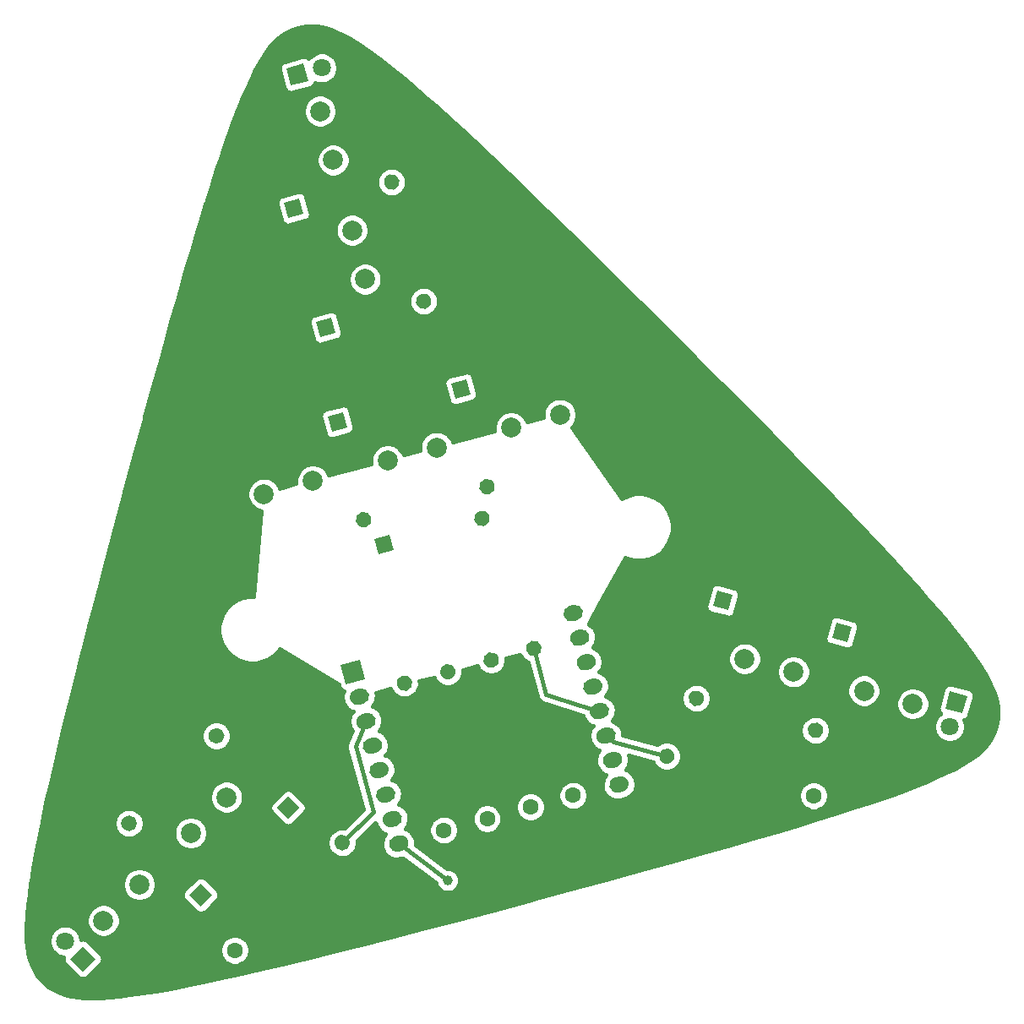
<source format=gbr>
G04 #@! TF.GenerationSoftware,KiCad,Pcbnew,5.1.10*
G04 #@! TF.CreationDate,2021-09-12T20:50:09+02:00*
G04 #@! TF.ProjectId,remote_board,72656d6f-7465-45f6-926f-6172642e6b69,rev?*
G04 #@! TF.SameCoordinates,Original*
G04 #@! TF.FileFunction,Copper,L1,Top*
G04 #@! TF.FilePolarity,Positive*
%FSLAX46Y46*%
G04 Gerber Fmt 4.6, Leading zero omitted, Abs format (unit mm)*
G04 Created by KiCad (PCBNEW 5.1.10) date 2021-09-12 20:50:09*
%MOMM*%
%LPD*%
G01*
G04 APERTURE LIST*
G04 #@! TA.AperFunction,ComponentPad*
%ADD10C,0.100000*%
G04 #@! TD*
G04 #@! TA.AperFunction,ComponentPad*
%ADD11C,2.000000*%
G04 #@! TD*
G04 #@! TA.AperFunction,ComponentPad*
%ADD12C,1.600000*%
G04 #@! TD*
G04 #@! TA.AperFunction,ComponentPad*
%ADD13C,1.800000*%
G04 #@! TD*
G04 #@! TA.AperFunction,ViaPad*
%ADD14C,1.000000*%
G04 #@! TD*
G04 #@! TA.AperFunction,Conductor*
%ADD15C,0.400000*%
G04 #@! TD*
G04 #@! TA.AperFunction,NonConductor*
%ADD16C,0.400000*%
G04 #@! TD*
G04 #@! TA.AperFunction,NonConductor*
%ADD17C,0.100000*%
G04 #@! TD*
G04 APERTURE END LIST*
G04 #@! TA.AperFunction,ComponentPad*
G36*
G01*
X146937665Y-101590454D02*
X146937665Y-101590454D01*
G75*
G02*
X147503351Y-100610658I772741J207055D01*
G01*
X147503351Y-100610658D01*
G75*
G02*
X148483147Y-101176344I207055J-772741D01*
G01*
X148483147Y-101176344D01*
G75*
G02*
X147917461Y-102156140I-772741J-207055D01*
G01*
X147917461Y-102156140D01*
G75*
G02*
X146937665Y-101590454I-207055J772741D01*
G01*
G37*
G04 #@! TD.AperFunction*
G04 #@! TA.AperFunction,ComponentPad*
D10*
G36*
X137330915Y-104992796D02*
G01*
X136916804Y-103447315D01*
X138462285Y-103033204D01*
X138876396Y-104578685D01*
X137330915Y-104992796D01*
G37*
G04 #@! TD.AperFunction*
G04 #@! TA.AperFunction,ComponentPad*
G36*
G01*
X141095665Y-79822654D02*
X141095665Y-79822654D01*
G75*
G02*
X141661351Y-78842858I772741J207055D01*
G01*
X141661351Y-78842858D01*
G75*
G02*
X142641147Y-79408544I207055J-772741D01*
G01*
X142641147Y-79408544D01*
G75*
G02*
X142075461Y-80388340I-772741J-207055D01*
G01*
X142075461Y-80388340D01*
G75*
G02*
X141095665Y-79822654I-207055J772741D01*
G01*
G37*
G04 #@! TD.AperFunction*
G04 #@! TA.AperFunction,ComponentPad*
G36*
X131488915Y-83224996D02*
G01*
X131074804Y-81679515D01*
X132620285Y-81265404D01*
X133034396Y-82810885D01*
X131488915Y-83224996D01*
G37*
G04 #@! TD.AperFunction*
D11*
X109786149Y-141673851D03*
X113378251Y-138081749D03*
X150632348Y-92300600D03*
X155539252Y-90985800D03*
X138262548Y-95602600D03*
X143169452Y-94287800D03*
X130774252Y-97615200D03*
X125867348Y-98930000D03*
X134699200Y-72501948D03*
X136014000Y-77408852D03*
X178947704Y-116757800D03*
X174040800Y-115443000D03*
X122115851Y-129318749D03*
X118523749Y-132910851D03*
X131498800Y-60563948D03*
X132813600Y-65470852D03*
X190896052Y-119961200D03*
X185989148Y-118646400D03*
G04 #@! TA.AperFunction,ComponentPad*
G36*
G01*
X144497053Y-117522431D02*
X144497053Y-117522431D01*
G75*
G02*
X143517257Y-116956745I-207055J772741D01*
G01*
X143517257Y-116956745D01*
G75*
G02*
X144082943Y-115976949I772741J207055D01*
G01*
X144082943Y-115976949D01*
G75*
G02*
X145062739Y-116542635I207055J-772741D01*
G01*
X145062739Y-116542635D01*
G75*
G02*
X144497053Y-117522431I-772741J-207055D01*
G01*
G37*
G04 #@! TD.AperFunction*
D12*
X148234400Y-131470400D03*
G04 #@! TA.AperFunction,ComponentPad*
G36*
G01*
X148840453Y-116354031D02*
X148840453Y-116354031D01*
G75*
G02*
X147860657Y-115788345I-207055J772741D01*
G01*
X147860657Y-115788345D01*
G75*
G02*
X148426343Y-114808549I772741J207055D01*
G01*
X148426343Y-114808549D01*
G75*
G02*
X149406139Y-115374235I207055J-772741D01*
G01*
X149406139Y-115374235D01*
G75*
G02*
X148840453Y-116354031I-772741J-207055D01*
G01*
G37*
G04 #@! TD.AperFunction*
X152577800Y-130302000D03*
G04 #@! TA.AperFunction,ComponentPad*
G36*
G01*
X140153653Y-118665431D02*
X140153653Y-118665431D01*
G75*
G02*
X139173857Y-118099745I-207055J772741D01*
G01*
X139173857Y-118099745D01*
G75*
G02*
X139739543Y-117119949I772741J207055D01*
G01*
X139739543Y-117119949D01*
G75*
G02*
X140719339Y-117685635I207055J-772741D01*
G01*
X140719339Y-117685635D01*
G75*
G02*
X140153653Y-118665431I-772741J-207055D01*
G01*
G37*
G04 #@! TD.AperFunction*
X143891000Y-132613400D03*
G04 #@! TA.AperFunction,ComponentPad*
G36*
G01*
X167001631Y-125421653D02*
X167001631Y-125421653D01*
G75*
G02*
X166021835Y-125987339I-772741J207055D01*
G01*
X166021835Y-125987339D01*
G75*
G02*
X165456149Y-125007543I207055J772741D01*
G01*
X165456149Y-125007543D01*
G75*
G02*
X166435945Y-124441857I772741J-207055D01*
G01*
X166435945Y-124441857D01*
G75*
G02*
X167001631Y-125421653I-207055J-772741D01*
G01*
G37*
G04 #@! TD.AperFunction*
X180949600Y-129159000D03*
G04 #@! TA.AperFunction,ComponentPad*
G36*
G01*
X153107653Y-115185631D02*
X153107653Y-115185631D01*
G75*
G02*
X152127857Y-114619945I-207055J772741D01*
G01*
X152127857Y-114619945D01*
G75*
G02*
X152693543Y-113640149I772741J207055D01*
G01*
X152693543Y-113640149D01*
G75*
G02*
X153673339Y-114205835I207055J-772741D01*
G01*
X153673339Y-114205835D01*
G75*
G02*
X153107653Y-115185631I-772741J-207055D01*
G01*
G37*
G04 #@! TD.AperFunction*
X156845000Y-129133600D03*
G04 #@! TA.AperFunction,ComponentPad*
G36*
G01*
X133146622Y-134442378D02*
X133146622Y-134442378D01*
G75*
G02*
X133146622Y-133311008I565685J565685D01*
G01*
X133146622Y-133311008D01*
G75*
G02*
X134277992Y-133311008I565685J-565685D01*
G01*
X134277992Y-133311008D01*
G75*
G02*
X134277992Y-134442378I-565685J-565685D01*
G01*
X134277992Y-134442378D01*
G75*
G02*
X133146622Y-134442378I-565685J565685D01*
G01*
G37*
G04 #@! TD.AperFunction*
X122936000Y-144653000D03*
G04 #@! TA.AperFunction,ComponentPad*
G36*
G01*
X148015346Y-97433065D02*
X148015346Y-97433065D01*
G75*
G02*
X148995142Y-97998751I207055J-772741D01*
G01*
X148995142Y-97998751D01*
G75*
G02*
X148429456Y-98978547I-772741J-207055D01*
G01*
X148429456Y-98978547D01*
G75*
G02*
X147449660Y-98412861I-207055J772741D01*
G01*
X147449660Y-98412861D01*
G75*
G02*
X148015346Y-97433065I772741J207055D01*
G01*
G37*
G04 #@! TD.AperFunction*
G04 #@! TA.AperFunction,ComponentPad*
D10*
G36*
X144613004Y-87826315D02*
G01*
X146158485Y-87412204D01*
X146572596Y-88957685D01*
X145027115Y-89371796D01*
X144613004Y-87826315D01*
G37*
G04 #@! TD.AperFunction*
G04 #@! TA.AperFunction,ComponentPad*
G36*
G01*
X135645546Y-100735065D02*
X135645546Y-100735065D01*
G75*
G02*
X136625342Y-101300751I207055J-772741D01*
G01*
X136625342Y-101300751D01*
G75*
G02*
X136059656Y-102280547I-772741J-207055D01*
G01*
X136059656Y-102280547D01*
G75*
G02*
X135079860Y-101714861I-207055J772741D01*
G01*
X135079860Y-101714861D01*
G75*
G02*
X135645546Y-100735065I772741J207055D01*
G01*
G37*
G04 #@! TD.AperFunction*
G04 #@! TA.AperFunction,ComponentPad*
G36*
X132243204Y-91128315D02*
G01*
X133788685Y-90714204D01*
X134202796Y-92259685D01*
X132657315Y-92673796D01*
X132243204Y-91128315D01*
G37*
G04 #@! TD.AperFunction*
G04 #@! TA.AperFunction,ComponentPad*
G36*
G01*
X169408454Y-118642065D02*
X169408454Y-118642065D01*
G75*
G02*
X169974140Y-119621861I-207055J-772741D01*
G01*
X169974140Y-119621861D01*
G75*
G02*
X168994344Y-120187547I-772741J207055D01*
G01*
X168994344Y-120187547D01*
G75*
G02*
X168428658Y-119207751I207055J772741D01*
G01*
X168428658Y-119207751D01*
G75*
G02*
X169408454Y-118642065I772741J-207055D01*
G01*
G37*
G04 #@! TD.AperFunction*
G04 #@! TA.AperFunction,ComponentPad*
G36*
X171265315Y-108621204D02*
G01*
X172810796Y-109035315D01*
X172396685Y-110580796D01*
X170851204Y-110166685D01*
X171265315Y-108621204D01*
G37*
G04 #@! TD.AperFunction*
G04 #@! TA.AperFunction,ComponentPad*
G36*
G01*
X121676880Y-123734280D02*
X121676880Y-123734280D01*
G75*
G02*
X120545510Y-123734280I-565685J565685D01*
G01*
X120545510Y-123734280D01*
G75*
G02*
X120545510Y-122602910I565685J565685D01*
G01*
X120545510Y-122602910D01*
G75*
G02*
X121676880Y-122602910I565685J-565685D01*
G01*
X121676880Y-122602910D01*
G75*
G02*
X121676880Y-123734280I-565685J-565685D01*
G01*
G37*
G04 #@! TD.AperFunction*
G04 #@! TA.AperFunction,ComponentPad*
G36*
X129426771Y-130352800D02*
G01*
X128295400Y-131484171D01*
X127164029Y-130352800D01*
X128295400Y-129221429D01*
X129426771Y-130352800D01*
G37*
G04 #@! TD.AperFunction*
G04 #@! TA.AperFunction,ComponentPad*
G36*
G01*
X137895265Y-67884654D02*
X137895265Y-67884654D01*
G75*
G02*
X138460951Y-66904858I772741J207055D01*
G01*
X138460951Y-66904858D01*
G75*
G02*
X139440747Y-67470544I207055J-772741D01*
G01*
X139440747Y-67470544D01*
G75*
G02*
X138875061Y-68450340I-772741J-207055D01*
G01*
X138875061Y-68450340D01*
G75*
G02*
X137895265Y-67884654I-207055J772741D01*
G01*
G37*
G04 #@! TD.AperFunction*
G04 #@! TA.AperFunction,ComponentPad*
G36*
X128288515Y-71286996D02*
G01*
X127874404Y-69741515D01*
X129419885Y-69327404D01*
X129833996Y-70872885D01*
X128288515Y-71286996D01*
G37*
G04 #@! TD.AperFunction*
G04 #@! TA.AperFunction,ComponentPad*
G36*
G01*
X181346454Y-121842465D02*
X181346454Y-121842465D01*
G75*
G02*
X181912140Y-122822261I-207055J-772741D01*
G01*
X181912140Y-122822261D01*
G75*
G02*
X180932344Y-123387947I-772741J207055D01*
G01*
X180932344Y-123387947D01*
G75*
G02*
X180366658Y-122408151I207055J772741D01*
G01*
X180366658Y-122408151D01*
G75*
G02*
X181346454Y-121842465I772741J-207055D01*
G01*
G37*
G04 #@! TD.AperFunction*
G04 #@! TA.AperFunction,ComponentPad*
G36*
X183203315Y-111821604D02*
G01*
X184748796Y-112235715D01*
X184334685Y-113781196D01*
X182789204Y-113367085D01*
X183203315Y-111821604D01*
G37*
G04 #@! TD.AperFunction*
G04 #@! TA.AperFunction,ComponentPad*
G36*
G01*
X112913880Y-132497280D02*
X112913880Y-132497280D01*
G75*
G02*
X111782510Y-132497280I-565685J565685D01*
G01*
X111782510Y-132497280D01*
G75*
G02*
X111782510Y-131365910I565685J565685D01*
G01*
X111782510Y-131365910D01*
G75*
G02*
X112913880Y-131365910I565685J-565685D01*
G01*
X112913880Y-131365910D01*
G75*
G02*
X112913880Y-132497280I-565685J-565685D01*
G01*
G37*
G04 #@! TD.AperFunction*
G04 #@! TA.AperFunction,ComponentPad*
G36*
X120663771Y-139115800D02*
G01*
X119532400Y-140247171D01*
X118401029Y-139115800D01*
X119532400Y-137984429D01*
X120663771Y-139115800D01*
G37*
G04 #@! TD.AperFunction*
G04 #@! TA.AperFunction,ComponentPad*
G36*
X108994192Y-145516600D02*
G01*
X107721400Y-146789392D01*
X106448608Y-145516600D01*
X107721400Y-144243808D01*
X108994192Y-145516600D01*
G37*
G04 #@! TD.AperFunction*
D13*
X105925349Y-143720549D03*
X194589400Y-122250200D03*
G04 #@! TA.AperFunction,ComponentPad*
D10*
G36*
X194610404Y-118694478D02*
G01*
X196349070Y-119160352D01*
X195883196Y-120899018D01*
X194144530Y-120433144D01*
X194610404Y-118694478D01*
G37*
G04 #@! TD.AperFunction*
D13*
X131663252Y-56238600D03*
G04 #@! TA.AperFunction,ComponentPad*
D10*
G36*
X128573404Y-57998270D02*
G01*
X128107530Y-56259604D01*
X129846196Y-55793730D01*
X130312070Y-57532396D01*
X128573404Y-57998270D01*
G37*
G04 #@! TD.AperFunction*
G04 #@! TA.AperFunction,ComponentPad*
G36*
G01*
X155887538Y-111131416D02*
X155887538Y-111131416D01*
G75*
G02*
X156453224Y-110151620I772741J207055D01*
G01*
X156839594Y-110048092D01*
G75*
G02*
X157819390Y-110613778I207055J-772741D01*
G01*
X157819390Y-110613778D01*
G75*
G02*
X157253704Y-111593574I-772741J-207055D01*
G01*
X156867334Y-111697102D01*
G75*
G02*
X155887538Y-111131416I-207055J772741D01*
G01*
G37*
G04 #@! TD.AperFunction*
G04 #@! TA.AperFunction,ComponentPad*
G36*
G01*
X156544939Y-113584867D02*
X156544939Y-113584867D01*
G75*
G02*
X157110625Y-112605071I772741J207055D01*
G01*
X157496995Y-112501543D01*
G75*
G02*
X158476791Y-113067229I207055J-772741D01*
G01*
X158476791Y-113067229D01*
G75*
G02*
X157911105Y-114047025I-772741J-207055D01*
G01*
X157524735Y-114150553D01*
G75*
G02*
X156544939Y-113584867I-207055J772741D01*
G01*
G37*
G04 #@! TD.AperFunction*
G04 #@! TA.AperFunction,ComponentPad*
G36*
G01*
X157202339Y-116038319D02*
X157202339Y-116038319D01*
G75*
G02*
X157768025Y-115058523I772741J207055D01*
G01*
X158154395Y-114954995D01*
G75*
G02*
X159134191Y-115520681I207055J-772741D01*
G01*
X159134191Y-115520681D01*
G75*
G02*
X158568505Y-116500477I-772741J-207055D01*
G01*
X158182135Y-116604005D01*
G75*
G02*
X157202339Y-116038319I-207055J772741D01*
G01*
G37*
G04 #@! TD.AperFunction*
G04 #@! TA.AperFunction,ComponentPad*
G36*
G01*
X157859740Y-118491770D02*
X157859740Y-118491770D01*
G75*
G02*
X158425426Y-117511974I772741J207055D01*
G01*
X158811796Y-117408446D01*
G75*
G02*
X159791592Y-117974132I207055J-772741D01*
G01*
X159791592Y-117974132D01*
G75*
G02*
X159225906Y-118953928I-772741J-207055D01*
G01*
X158839536Y-119057456D01*
G75*
G02*
X157859740Y-118491770I-207055J772741D01*
G01*
G37*
G04 #@! TD.AperFunction*
G04 #@! TA.AperFunction,ComponentPad*
G36*
G01*
X158517140Y-120945222D02*
X158517140Y-120945222D01*
G75*
G02*
X159082826Y-119965426I772741J207055D01*
G01*
X159469196Y-119861898D01*
G75*
G02*
X160448992Y-120427584I207055J-772741D01*
G01*
X160448992Y-120427584D01*
G75*
G02*
X159883306Y-121407380I-772741J-207055D01*
G01*
X159496936Y-121510908D01*
G75*
G02*
X158517140Y-120945222I-207055J772741D01*
G01*
G37*
G04 #@! TD.AperFunction*
G04 #@! TA.AperFunction,ComponentPad*
G36*
G01*
X159174540Y-123398674D02*
X159174540Y-123398674D01*
G75*
G02*
X159740226Y-122418878I772741J207055D01*
G01*
X160126596Y-122315350D01*
G75*
G02*
X161106392Y-122881036I207055J-772741D01*
G01*
X161106392Y-122881036D01*
G75*
G02*
X160540706Y-123860832I-772741J-207055D01*
G01*
X160154336Y-123964360D01*
G75*
G02*
X159174540Y-123398674I-207055J772741D01*
G01*
G37*
G04 #@! TD.AperFunction*
G04 #@! TA.AperFunction,ComponentPad*
G36*
G01*
X159831941Y-125852125D02*
X159831941Y-125852125D01*
G75*
G02*
X160397627Y-124872329I772741J207055D01*
G01*
X160783997Y-124768801D01*
G75*
G02*
X161763793Y-125334487I207055J-772741D01*
G01*
X161763793Y-125334487D01*
G75*
G02*
X161198107Y-126314283I-772741J-207055D01*
G01*
X160811737Y-126417811D01*
G75*
G02*
X159831941Y-125852125I-207055J772741D01*
G01*
G37*
G04 #@! TD.AperFunction*
G04 #@! TA.AperFunction,ComponentPad*
G36*
G01*
X160489341Y-128305577D02*
X160489341Y-128305577D01*
G75*
G02*
X161055027Y-127325781I772741J207055D01*
G01*
X161441397Y-127222253D01*
G75*
G02*
X162421193Y-127787939I207055J-772741D01*
G01*
X162421193Y-127787939D01*
G75*
G02*
X161855507Y-128767735I-772741J-207055D01*
G01*
X161469137Y-128871263D01*
G75*
G02*
X160489341Y-128305577I-207055J772741D01*
G01*
G37*
G04 #@! TD.AperFunction*
G04 #@! TA.AperFunction,ComponentPad*
G36*
G01*
X138408277Y-134222180D02*
X138408277Y-134222180D01*
G75*
G02*
X138973963Y-133242384I772741J207055D01*
G01*
X139360333Y-133138856D01*
G75*
G02*
X140340129Y-133704542I207055J-772741D01*
G01*
X140340129Y-133704542D01*
G75*
G02*
X139774443Y-134684338I-772741J-207055D01*
G01*
X139388073Y-134787866D01*
G75*
G02*
X138408277Y-134222180I-207055J772741D01*
G01*
G37*
G04 #@! TD.AperFunction*
G04 #@! TA.AperFunction,ComponentPad*
G36*
G01*
X137750876Y-131768729D02*
X137750876Y-131768729D01*
G75*
G02*
X138316562Y-130788933I772741J207055D01*
G01*
X138702932Y-130685405D01*
G75*
G02*
X139682728Y-131251091I207055J-772741D01*
G01*
X139682728Y-131251091D01*
G75*
G02*
X139117042Y-132230887I-772741J-207055D01*
G01*
X138730672Y-132334415D01*
G75*
G02*
X137750876Y-131768729I-207055J772741D01*
G01*
G37*
G04 #@! TD.AperFunction*
G04 #@! TA.AperFunction,ComponentPad*
G36*
G01*
X137093476Y-129315277D02*
X137093476Y-129315277D01*
G75*
G02*
X137659162Y-128335481I772741J207055D01*
G01*
X138045532Y-128231953D01*
G75*
G02*
X139025328Y-128797639I207055J-772741D01*
G01*
X139025328Y-128797639D01*
G75*
G02*
X138459642Y-129777435I-772741J-207055D01*
G01*
X138073272Y-129880963D01*
G75*
G02*
X137093476Y-129315277I-207055J772741D01*
G01*
G37*
G04 #@! TD.AperFunction*
G04 #@! TA.AperFunction,ComponentPad*
G36*
G01*
X136436075Y-126861825D02*
X136436075Y-126861825D01*
G75*
G02*
X137001761Y-125882029I772741J207055D01*
G01*
X137388131Y-125778501D01*
G75*
G02*
X138367927Y-126344187I207055J-772741D01*
G01*
X138367927Y-126344187D01*
G75*
G02*
X137802241Y-127323983I-772741J-207055D01*
G01*
X137415871Y-127427511D01*
G75*
G02*
X136436075Y-126861825I-207055J772741D01*
G01*
G37*
G04 #@! TD.AperFunction*
G04 #@! TA.AperFunction,ComponentPad*
G36*
G01*
X135778675Y-124408374D02*
X135778675Y-124408374D01*
G75*
G02*
X136344361Y-123428578I772741J207055D01*
G01*
X136730731Y-123325050D01*
G75*
G02*
X137710527Y-123890736I207055J-772741D01*
G01*
X137710527Y-123890736D01*
G75*
G02*
X137144841Y-124870532I-772741J-207055D01*
G01*
X136758471Y-124974060D01*
G75*
G02*
X135778675Y-124408374I-207055J772741D01*
G01*
G37*
G04 #@! TD.AperFunction*
G04 #@! TA.AperFunction,ComponentPad*
G36*
G01*
X135121275Y-121954922D02*
X135121275Y-121954922D01*
G75*
G02*
X135686961Y-120975126I772741J207055D01*
G01*
X136073331Y-120871598D01*
G75*
G02*
X137053127Y-121437284I207055J-772741D01*
G01*
X137053127Y-121437284D01*
G75*
G02*
X136487441Y-122417080I-772741J-207055D01*
G01*
X136101071Y-122520608D01*
G75*
G02*
X135121275Y-121954922I-207055J772741D01*
G01*
G37*
G04 #@! TD.AperFunction*
G04 #@! TA.AperFunction,ComponentPad*
G36*
X134065293Y-118013945D02*
G01*
X133547655Y-116082093D01*
X135479507Y-115564455D01*
X135997145Y-117496307D01*
X134065293Y-118013945D01*
G37*
G04 #@! TD.AperFunction*
G04 #@! TA.AperFunction,ComponentPad*
G36*
G01*
X134463874Y-119501471D02*
X134463874Y-119501471D01*
G75*
G02*
X135029560Y-118521675I772741J207055D01*
G01*
X135415930Y-118418147D01*
G75*
G02*
X136395726Y-118983833I207055J-772741D01*
G01*
X136395726Y-118983833D01*
G75*
G02*
X135830040Y-119963629I-772741J-207055D01*
G01*
X135443670Y-120067157D01*
G75*
G02*
X134463874Y-119501471I-207055J772741D01*
G01*
G37*
G04 #@! TD.AperFunction*
D14*
X144272000Y-137668000D03*
D15*
X135037731Y-124169269D02*
X136087201Y-121696103D01*
X136823115Y-130816685D02*
X135037731Y-124169269D01*
X133712307Y-133876693D02*
X136823115Y-130816685D01*
X154135957Y-119015643D02*
X159483066Y-120686403D01*
X152900598Y-114412890D02*
X154135957Y-119015643D01*
X160289689Y-123139855D02*
X160903817Y-123753983D01*
X160140466Y-123139855D02*
X160289689Y-123139855D01*
X166228890Y-125214598D02*
X160903817Y-123753983D01*
X144272000Y-137668000D02*
X139374203Y-133963361D01*
D16*
X131217355Y-52048397D02*
X131644535Y-52118896D01*
X132104627Y-52234375D01*
X132603971Y-52400746D01*
X133147829Y-52623861D01*
X133740648Y-52909218D01*
X134386513Y-53261938D01*
X135089239Y-53686728D01*
X135852660Y-54188040D01*
X136680781Y-54770200D01*
X137577555Y-55437323D01*
X138547185Y-56193561D01*
X139593914Y-57042998D01*
X140722111Y-57989741D01*
X141936063Y-59037771D01*
X143240519Y-60191429D01*
X144639790Y-61454644D01*
X146138497Y-62831601D01*
X147741252Y-64326459D01*
X149452628Y-65943331D01*
X151277399Y-67686515D01*
X153220081Y-69560057D01*
X155285318Y-71568119D01*
X157478121Y-73715213D01*
X159803078Y-76005450D01*
X162264384Y-78442537D01*
X164867302Y-81031242D01*
X167614981Y-83774224D01*
X167632711Y-83796960D01*
X167673238Y-83831946D01*
X170397698Y-86560959D01*
X172989186Y-89166556D01*
X175429500Y-91630990D01*
X177721992Y-93958100D01*
X179871389Y-96153106D01*
X181881729Y-98220532D01*
X183757471Y-100165333D01*
X185502475Y-101991840D01*
X187121176Y-103704974D01*
X188617550Y-105309175D01*
X189995952Y-106809272D01*
X191260507Y-108209837D01*
X192415201Y-109515277D01*
X193464331Y-110730310D01*
X194411977Y-111859394D01*
X195262179Y-112906878D01*
X196019071Y-113877161D01*
X196686769Y-114774530D01*
X197269386Y-115603131D01*
X197771111Y-116367024D01*
X198196196Y-117070094D01*
X198549145Y-117716256D01*
X198834674Y-118309339D01*
X199057892Y-118853388D01*
X199224324Y-119352902D01*
X199339823Y-119813132D01*
X199410310Y-120240421D01*
X199441313Y-120642343D01*
X199437447Y-121027250D01*
X199402177Y-121403739D01*
X199338004Y-121779714D01*
X199247391Y-122160273D01*
X199135704Y-122534678D01*
X199003411Y-122891910D01*
X198845829Y-123235204D01*
X198656853Y-123570156D01*
X198429226Y-123902424D01*
X198154782Y-124236948D01*
X197825003Y-124577475D01*
X197431632Y-124926521D01*
X196966974Y-125285729D01*
X196424026Y-125656223D01*
X195796408Y-126038920D01*
X195078109Y-126434794D01*
X194263306Y-126844974D01*
X193346444Y-127270669D01*
X192321751Y-127713357D01*
X191183752Y-128174504D01*
X189926668Y-128655793D01*
X188544935Y-129158892D01*
X187032711Y-129685611D01*
X185384199Y-130237778D01*
X183593664Y-130817220D01*
X181655153Y-131425853D01*
X179563024Y-132065510D01*
X177311086Y-132738198D01*
X174893369Y-133445859D01*
X172304380Y-134190305D01*
X169537748Y-134973605D01*
X166587754Y-135797642D01*
X163448101Y-136664462D01*
X160113334Y-137575881D01*
X156577304Y-138533909D01*
X152832649Y-139540879D01*
X152832454Y-139540952D01*
X152827052Y-139542406D01*
X152704204Y-139576388D01*
X148949930Y-140578981D01*
X145397795Y-141520444D01*
X142044137Y-142401397D01*
X138882793Y-143223133D01*
X135906943Y-143987115D01*
X133111471Y-144694367D01*
X130489710Y-145346314D01*
X128035411Y-145944275D01*
X125742544Y-146489516D01*
X123604999Y-146983331D01*
X121616730Y-147427002D01*
X119771711Y-147821819D01*
X118063639Y-148169137D01*
X116486816Y-148470202D01*
X115035180Y-148726356D01*
X113702864Y-148938938D01*
X112484060Y-149109314D01*
X111373015Y-149238904D01*
X110364032Y-149329204D01*
X109451523Y-149381806D01*
X108630003Y-149398451D01*
X107893854Y-149381080D01*
X107237362Y-149331864D01*
X106654492Y-149253202D01*
X106138592Y-149147631D01*
X105682183Y-149017589D01*
X105276809Y-148865035D01*
X104913185Y-148690984D01*
X104581727Y-148495238D01*
X104273302Y-148276530D01*
X103979768Y-148033038D01*
X103716938Y-147784627D01*
X103699626Y-147763418D01*
X103686806Y-147752840D01*
X103675430Y-147739992D01*
X103664858Y-147731959D01*
X103426235Y-147479546D01*
X103182833Y-147186187D01*
X102964185Y-146877924D01*
X102768491Y-146546655D01*
X102594462Y-146183228D01*
X102441924Y-145778127D01*
X102311869Y-145322037D01*
X102206260Y-144806531D01*
X102127526Y-144224142D01*
X102078203Y-143568236D01*
X102078059Y-143562175D01*
X104317349Y-143562175D01*
X104317349Y-143878923D01*
X104379144Y-144189585D01*
X104500358Y-144482222D01*
X104676334Y-144745589D01*
X104900309Y-144969564D01*
X105163676Y-145145540D01*
X105456313Y-145266754D01*
X105765863Y-145328328D01*
X105750853Y-145377808D01*
X105737183Y-145516600D01*
X105750853Y-145655392D01*
X105791337Y-145788851D01*
X105857080Y-145911847D01*
X105945555Y-146019653D01*
X107218347Y-147292445D01*
X107326153Y-147380920D01*
X107449149Y-147446663D01*
X107582608Y-147487147D01*
X107721400Y-147500817D01*
X107860192Y-147487147D01*
X107993651Y-147446663D01*
X108116647Y-147380920D01*
X108224453Y-147292445D01*
X109497245Y-146019653D01*
X109585720Y-145911847D01*
X109651463Y-145788851D01*
X109691947Y-145655392D01*
X109705617Y-145516600D01*
X109691947Y-145377808D01*
X109651463Y-145244349D01*
X109585720Y-145121353D01*
X109497245Y-145013547D01*
X108988173Y-144504475D01*
X121428000Y-144504475D01*
X121428000Y-144801525D01*
X121485951Y-145092868D01*
X121599627Y-145367306D01*
X121764660Y-145614294D01*
X121974706Y-145824340D01*
X122221694Y-145989373D01*
X122496132Y-146103049D01*
X122787475Y-146161000D01*
X123084525Y-146161000D01*
X123375868Y-146103049D01*
X123650306Y-145989373D01*
X123897294Y-145824340D01*
X124107340Y-145614294D01*
X124272373Y-145367306D01*
X124386049Y-145092868D01*
X124444000Y-144801525D01*
X124444000Y-144504475D01*
X124386049Y-144213132D01*
X124272373Y-143938694D01*
X124107340Y-143691706D01*
X123897294Y-143481660D01*
X123650306Y-143316627D01*
X123375868Y-143202951D01*
X123084525Y-143145000D01*
X122787475Y-143145000D01*
X122496132Y-143202951D01*
X122221694Y-143316627D01*
X121974706Y-143481660D01*
X121764660Y-143691706D01*
X121599627Y-143938694D01*
X121485951Y-144213132D01*
X121428000Y-144504475D01*
X108988173Y-144504475D01*
X108224453Y-143740755D01*
X108116647Y-143652280D01*
X107993651Y-143586537D01*
X107860192Y-143546053D01*
X107721400Y-143532383D01*
X107582608Y-143546053D01*
X107533128Y-143561063D01*
X107471554Y-143251513D01*
X107350340Y-142958876D01*
X107174364Y-142695509D01*
X106950389Y-142471534D01*
X106687022Y-142295558D01*
X106394385Y-142174344D01*
X106083723Y-142112549D01*
X105766975Y-142112549D01*
X105456313Y-142174344D01*
X105163676Y-142295558D01*
X104900309Y-142471534D01*
X104676334Y-142695509D01*
X104500358Y-142958876D01*
X104379144Y-143251513D01*
X104317349Y-143562175D01*
X102078059Y-143562175D01*
X102060685Y-142832773D01*
X102077142Y-142012030D01*
X102106232Y-141505628D01*
X108078149Y-141505628D01*
X108078149Y-141842074D01*
X108143787Y-142172056D01*
X108272539Y-142482892D01*
X108459459Y-142762637D01*
X108697363Y-143000541D01*
X108977108Y-143187461D01*
X109287944Y-143316213D01*
X109617926Y-143381851D01*
X109954372Y-143381851D01*
X110284354Y-143316213D01*
X110595190Y-143187461D01*
X110874935Y-143000541D01*
X111112839Y-142762637D01*
X111299759Y-142482892D01*
X111428511Y-142172056D01*
X111494149Y-141842074D01*
X111494149Y-141505628D01*
X111428511Y-141175646D01*
X111299759Y-140864810D01*
X111112839Y-140585065D01*
X110874935Y-140347161D01*
X110595190Y-140160241D01*
X110284354Y-140031489D01*
X109954372Y-139965851D01*
X109617926Y-139965851D01*
X109287944Y-140031489D01*
X108977108Y-140160241D01*
X108697363Y-140347161D01*
X108459459Y-140585065D01*
X108272539Y-140864810D01*
X108143787Y-141175646D01*
X108078149Y-141505628D01*
X102106232Y-141505628D01*
X102129505Y-141100505D01*
X102219524Y-140092570D01*
X102348779Y-138982762D01*
X102498076Y-137913526D01*
X111670251Y-137913526D01*
X111670251Y-138249972D01*
X111735889Y-138579954D01*
X111864641Y-138890790D01*
X112051561Y-139170535D01*
X112289465Y-139408439D01*
X112569210Y-139595359D01*
X112880046Y-139724111D01*
X113210028Y-139789749D01*
X113546474Y-139789749D01*
X113876456Y-139724111D01*
X114187292Y-139595359D01*
X114467037Y-139408439D01*
X114704941Y-139170535D01*
X114741513Y-139115800D01*
X117689604Y-139115800D01*
X117703274Y-139254592D01*
X117743758Y-139388051D01*
X117809501Y-139511047D01*
X117897976Y-139618853D01*
X119029347Y-140750224D01*
X119137153Y-140838699D01*
X119260149Y-140904442D01*
X119393608Y-140944926D01*
X119532400Y-140958596D01*
X119671192Y-140944926D01*
X119804651Y-140904442D01*
X119927647Y-140838699D01*
X120035453Y-140750224D01*
X121166824Y-139618853D01*
X121255299Y-139511047D01*
X121321042Y-139388051D01*
X121361526Y-139254592D01*
X121375196Y-139115800D01*
X121361526Y-138977008D01*
X121321042Y-138843549D01*
X121255299Y-138720553D01*
X121166824Y-138612747D01*
X120035453Y-137481376D01*
X119927647Y-137392901D01*
X119804651Y-137327158D01*
X119671192Y-137286674D01*
X119532400Y-137273004D01*
X119393608Y-137286674D01*
X119260149Y-137327158D01*
X119137153Y-137392901D01*
X119029347Y-137481376D01*
X117897976Y-138612747D01*
X117809501Y-138720553D01*
X117743758Y-138843549D01*
X117703274Y-138977008D01*
X117689604Y-139115800D01*
X114741513Y-139115800D01*
X114891861Y-138890790D01*
X115020613Y-138579954D01*
X115086251Y-138249972D01*
X115086251Y-137913526D01*
X115020613Y-137583544D01*
X114891861Y-137272708D01*
X114704941Y-136992963D01*
X114467037Y-136755059D01*
X114187292Y-136568139D01*
X113876456Y-136439387D01*
X113546474Y-136373749D01*
X113210028Y-136373749D01*
X112880046Y-136439387D01*
X112569210Y-136568139D01*
X112289465Y-136755059D01*
X112051561Y-136992963D01*
X111864641Y-137272708D01*
X111735889Y-137583544D01*
X111670251Y-137913526D01*
X102498076Y-137913526D01*
X102518778Y-137765269D01*
X102730912Y-136434542D01*
X102986571Y-134984625D01*
X103287075Y-133409739D01*
X103617659Y-131783070D01*
X110840195Y-131783070D01*
X110840195Y-132080120D01*
X110898146Y-132371463D01*
X111011822Y-132645901D01*
X111176855Y-132892889D01*
X111386901Y-133102935D01*
X111633889Y-133267968D01*
X111908327Y-133381644D01*
X112199670Y-133439595D01*
X112496720Y-133439595D01*
X112788063Y-133381644D01*
X113062501Y-133267968D01*
X113309489Y-133102935D01*
X113519535Y-132892889D01*
X113619936Y-132742628D01*
X116815749Y-132742628D01*
X116815749Y-133079074D01*
X116881387Y-133409056D01*
X117010139Y-133719892D01*
X117197059Y-133999637D01*
X117434963Y-134237541D01*
X117714708Y-134424461D01*
X118025544Y-134553213D01*
X118355526Y-134618851D01*
X118691972Y-134618851D01*
X119021954Y-134553213D01*
X119332790Y-134424461D01*
X119612535Y-134237541D01*
X119850439Y-133999637D01*
X120037359Y-133719892D01*
X120166111Y-133409056D01*
X120231749Y-133079074D01*
X120231749Y-132742628D01*
X120166111Y-132412646D01*
X120037359Y-132101810D01*
X119850439Y-131822065D01*
X119612535Y-131584161D01*
X119332790Y-131397241D01*
X119021954Y-131268489D01*
X118691972Y-131202851D01*
X118355526Y-131202851D01*
X118025544Y-131268489D01*
X117714708Y-131397241D01*
X117434963Y-131584161D01*
X117197059Y-131822065D01*
X117010139Y-132101810D01*
X116881387Y-132412646D01*
X116815749Y-132742628D01*
X113619936Y-132742628D01*
X113684568Y-132645901D01*
X113798244Y-132371463D01*
X113856195Y-132080120D01*
X113856195Y-131783070D01*
X113798244Y-131491727D01*
X113684568Y-131217289D01*
X113519535Y-130970301D01*
X113309489Y-130760255D01*
X113062501Y-130595222D01*
X112788063Y-130481546D01*
X112496720Y-130423595D01*
X112199670Y-130423595D01*
X111908327Y-130481546D01*
X111633889Y-130595222D01*
X111386901Y-130760255D01*
X111176855Y-130970301D01*
X111011822Y-131217289D01*
X110898146Y-131491727D01*
X110840195Y-131783070D01*
X103617659Y-131783070D01*
X103633762Y-131703837D01*
X104027909Y-129861078D01*
X104186399Y-129150526D01*
X120407851Y-129150526D01*
X120407851Y-129486972D01*
X120473489Y-129816954D01*
X120602241Y-130127790D01*
X120789161Y-130407535D01*
X121027065Y-130645439D01*
X121306810Y-130832359D01*
X121617646Y-130961111D01*
X121947628Y-131026749D01*
X122284074Y-131026749D01*
X122614056Y-130961111D01*
X122924892Y-130832359D01*
X123204637Y-130645439D01*
X123442541Y-130407535D01*
X123479113Y-130352800D01*
X126452604Y-130352800D01*
X126466274Y-130491592D01*
X126506758Y-130625051D01*
X126572501Y-130748047D01*
X126660976Y-130855853D01*
X127792347Y-131987224D01*
X127900153Y-132075699D01*
X128023149Y-132141442D01*
X128156608Y-132181926D01*
X128295400Y-132195596D01*
X128434192Y-132181926D01*
X128567651Y-132141442D01*
X128690647Y-132075699D01*
X128798453Y-131987224D01*
X129929824Y-130855853D01*
X130018299Y-130748047D01*
X130084042Y-130625051D01*
X130124526Y-130491592D01*
X130138196Y-130352800D01*
X130124526Y-130214008D01*
X130084042Y-130080549D01*
X130018299Y-129957553D01*
X129929824Y-129849747D01*
X128798453Y-128718376D01*
X128690647Y-128629901D01*
X128567651Y-128564158D01*
X128434192Y-128523674D01*
X128295400Y-128510004D01*
X128156608Y-128523674D01*
X128023149Y-128564158D01*
X127900153Y-128629901D01*
X127792347Y-128718376D01*
X126660976Y-129849747D01*
X126572501Y-129957553D01*
X126506758Y-130080549D01*
X126466274Y-130214008D01*
X126452604Y-130352800D01*
X123479113Y-130352800D01*
X123629461Y-130127790D01*
X123758213Y-129816954D01*
X123823851Y-129486972D01*
X123823851Y-129150526D01*
X123758213Y-128820544D01*
X123629461Y-128509708D01*
X123442541Y-128229963D01*
X123204637Y-127992059D01*
X122924892Y-127805139D01*
X122614056Y-127676387D01*
X122284074Y-127610749D01*
X121947628Y-127610749D01*
X121617646Y-127676387D01*
X121306810Y-127805139D01*
X121027065Y-127992059D01*
X120789161Y-128229963D01*
X120602241Y-128509708D01*
X120473489Y-128820544D01*
X120407851Y-129150526D01*
X104186399Y-129150526D01*
X104470802Y-127875484D01*
X104963771Y-125740828D01*
X105508078Y-123451171D01*
X105613080Y-123020070D01*
X119603195Y-123020070D01*
X119603195Y-123317120D01*
X119661146Y-123608463D01*
X119774822Y-123882901D01*
X119939855Y-124129889D01*
X120149901Y-124339935D01*
X120396889Y-124504968D01*
X120671327Y-124618644D01*
X120962670Y-124676595D01*
X121259720Y-124676595D01*
X121551063Y-124618644D01*
X121825501Y-124504968D01*
X122072489Y-124339935D01*
X122282535Y-124129889D01*
X122447568Y-123882901D01*
X122561244Y-123608463D01*
X122619195Y-123317120D01*
X122619195Y-123020070D01*
X122561244Y-122728727D01*
X122447568Y-122454289D01*
X122282535Y-122207301D01*
X122072489Y-121997255D01*
X121825501Y-121832222D01*
X121551063Y-121718546D01*
X121259720Y-121660595D01*
X120962670Y-121660595D01*
X120671327Y-121718546D01*
X120396889Y-121832222D01*
X120149901Y-121997255D01*
X119939855Y-122207301D01*
X119774822Y-122454289D01*
X119661146Y-122728727D01*
X119603195Y-123020070D01*
X105613080Y-123020070D01*
X106105029Y-121000323D01*
X106755981Y-118381913D01*
X107462149Y-115590107D01*
X108224786Y-112618915D01*
X108335926Y-112191266D01*
X121356000Y-112191266D01*
X121356000Y-112852734D01*
X121485046Y-113501492D01*
X121738179Y-114112609D01*
X122105671Y-114662600D01*
X122573400Y-115130329D01*
X123123391Y-115497821D01*
X123734508Y-115750954D01*
X124383266Y-115880000D01*
X125044734Y-115880000D01*
X125693492Y-115750954D01*
X126304609Y-115497821D01*
X126854600Y-115130329D01*
X127322329Y-114662600D01*
X127454947Y-114464122D01*
X133325939Y-118003372D01*
X133378109Y-118198075D01*
X133427235Y-118328600D01*
X133500882Y-118447033D01*
X133596218Y-118548823D01*
X133709580Y-118630057D01*
X133836613Y-118687615D01*
X133854132Y-118691700D01*
X133801735Y-118807343D01*
X133734283Y-119096632D01*
X133724564Y-119393522D01*
X133772952Y-119686605D01*
X133877589Y-119964616D01*
X134034451Y-120216871D01*
X134237512Y-120433676D01*
X134478969Y-120606701D01*
X134749542Y-120729296D01*
X134770359Y-120734150D01*
X134754756Y-120748764D01*
X134581731Y-120990221D01*
X134459136Y-121260794D01*
X134391684Y-121550083D01*
X134381965Y-121846973D01*
X134430353Y-122140056D01*
X134534990Y-122418067D01*
X134689224Y-122666095D01*
X134206027Y-123804790D01*
X134173586Y-123876502D01*
X134161012Y-123930572D01*
X134144436Y-123983568D01*
X134140800Y-124017491D01*
X134133074Y-124050713D01*
X134131290Y-124106201D01*
X134125372Y-124161410D01*
X134128423Y-124195385D01*
X134127327Y-124229480D01*
X134136404Y-124284260D01*
X134141370Y-124339552D01*
X134163568Y-124415064D01*
X135808823Y-130540749D01*
X133935446Y-132383534D01*
X133860832Y-132368693D01*
X133563782Y-132368693D01*
X133272439Y-132426644D01*
X132998001Y-132540320D01*
X132751013Y-132705353D01*
X132540967Y-132915399D01*
X132375934Y-133162387D01*
X132262258Y-133436825D01*
X132204307Y-133728168D01*
X132204307Y-134025218D01*
X132262258Y-134316561D01*
X132375934Y-134590999D01*
X132540967Y-134837987D01*
X132751013Y-135048033D01*
X132998001Y-135213066D01*
X133272439Y-135326742D01*
X133563782Y-135384693D01*
X133860832Y-135384693D01*
X134152175Y-135326742D01*
X134426613Y-135213066D01*
X134673601Y-135048033D01*
X134883647Y-134837987D01*
X135048680Y-134590999D01*
X135162356Y-134316561D01*
X135220307Y-134025218D01*
X135220307Y-133728168D01*
X135210128Y-133676995D01*
X137046250Y-131870858D01*
X137059954Y-131953863D01*
X137164591Y-132231874D01*
X137321453Y-132484129D01*
X137524514Y-132700934D01*
X137765971Y-132873959D01*
X138036544Y-132996554D01*
X138057361Y-133001408D01*
X138041758Y-133016022D01*
X137868733Y-133257479D01*
X137746138Y-133528052D01*
X137678686Y-133817341D01*
X137668967Y-134114231D01*
X137717355Y-134407314D01*
X137821992Y-134685325D01*
X137978854Y-134937580D01*
X138181915Y-135154385D01*
X138423372Y-135327410D01*
X138693945Y-135450005D01*
X138983234Y-135517457D01*
X139280124Y-135527176D01*
X139499764Y-135490913D01*
X139786866Y-135413984D01*
X143088771Y-137911508D01*
X143110423Y-138020361D01*
X143201484Y-138240203D01*
X143333685Y-138438055D01*
X143501945Y-138606315D01*
X143699797Y-138738516D01*
X143919639Y-138829577D01*
X144153022Y-138876000D01*
X144390978Y-138876000D01*
X144624361Y-138829577D01*
X144844203Y-138738516D01*
X145042055Y-138606315D01*
X145210315Y-138438055D01*
X145342516Y-138240203D01*
X145433577Y-138020361D01*
X145480000Y-137786978D01*
X145480000Y-137549022D01*
X145433577Y-137315639D01*
X145342516Y-137095797D01*
X145210315Y-136897945D01*
X145042055Y-136729685D01*
X144844203Y-136597484D01*
X144624361Y-136506423D01*
X144390978Y-136460000D01*
X144180103Y-136460000D01*
X141069785Y-134107391D01*
X141079439Y-133812491D01*
X141031051Y-133519408D01*
X140926415Y-133241397D01*
X140769552Y-132989142D01*
X140566491Y-132772337D01*
X140325034Y-132599312D01*
X140054462Y-132476717D01*
X140033644Y-132471863D01*
X140041104Y-132464875D01*
X142383000Y-132464875D01*
X142383000Y-132761925D01*
X142440951Y-133053268D01*
X142554627Y-133327706D01*
X142719660Y-133574694D01*
X142929706Y-133784740D01*
X143176694Y-133949773D01*
X143451132Y-134063449D01*
X143742475Y-134121400D01*
X144039525Y-134121400D01*
X144330868Y-134063449D01*
X144605306Y-133949773D01*
X144852294Y-133784740D01*
X145062340Y-133574694D01*
X145227373Y-133327706D01*
X145341049Y-133053268D01*
X145399000Y-132761925D01*
X145399000Y-132464875D01*
X145341049Y-132173532D01*
X145227373Y-131899094D01*
X145062340Y-131652106D01*
X144852294Y-131442060D01*
X144672426Y-131321875D01*
X146726400Y-131321875D01*
X146726400Y-131618925D01*
X146784351Y-131910268D01*
X146898027Y-132184706D01*
X147063060Y-132431694D01*
X147273106Y-132641740D01*
X147520094Y-132806773D01*
X147794532Y-132920449D01*
X148085875Y-132978400D01*
X148382925Y-132978400D01*
X148674268Y-132920449D01*
X148948706Y-132806773D01*
X149195694Y-132641740D01*
X149405740Y-132431694D01*
X149570773Y-132184706D01*
X149684449Y-131910268D01*
X149742400Y-131618925D01*
X149742400Y-131321875D01*
X149684449Y-131030532D01*
X149570773Y-130756094D01*
X149405740Y-130509106D01*
X149195694Y-130299060D01*
X148977812Y-130153475D01*
X151069800Y-130153475D01*
X151069800Y-130450525D01*
X151127751Y-130741868D01*
X151241427Y-131016306D01*
X151406460Y-131263294D01*
X151616506Y-131473340D01*
X151863494Y-131638373D01*
X152137932Y-131752049D01*
X152429275Y-131810000D01*
X152726325Y-131810000D01*
X153017668Y-131752049D01*
X153292106Y-131638373D01*
X153539094Y-131473340D01*
X153749140Y-131263294D01*
X153914173Y-131016306D01*
X154027849Y-130741868D01*
X154085800Y-130450525D01*
X154085800Y-130153475D01*
X154027849Y-129862132D01*
X153914173Y-129587694D01*
X153749140Y-129340706D01*
X153539094Y-129130660D01*
X153321212Y-128985075D01*
X155337000Y-128985075D01*
X155337000Y-129282125D01*
X155394951Y-129573468D01*
X155508627Y-129847906D01*
X155673660Y-130094894D01*
X155883706Y-130304940D01*
X156130694Y-130469973D01*
X156405132Y-130583649D01*
X156696475Y-130641600D01*
X156993525Y-130641600D01*
X157284868Y-130583649D01*
X157559306Y-130469973D01*
X157806294Y-130304940D01*
X158016340Y-130094894D01*
X158181373Y-129847906D01*
X158295049Y-129573468D01*
X158353000Y-129282125D01*
X158353000Y-128985075D01*
X158295049Y-128693732D01*
X158181373Y-128419294D01*
X158016340Y-128172306D01*
X157806294Y-127962260D01*
X157559306Y-127797227D01*
X157284868Y-127683551D01*
X156993525Y-127625600D01*
X156696475Y-127625600D01*
X156405132Y-127683551D01*
X156130694Y-127797227D01*
X155883706Y-127962260D01*
X155673660Y-128172306D01*
X155508627Y-128419294D01*
X155394951Y-128693732D01*
X155337000Y-128985075D01*
X153321212Y-128985075D01*
X153292106Y-128965627D01*
X153017668Y-128851951D01*
X152726325Y-128794000D01*
X152429275Y-128794000D01*
X152137932Y-128851951D01*
X151863494Y-128965627D01*
X151616506Y-129130660D01*
X151406460Y-129340706D01*
X151241427Y-129587694D01*
X151127751Y-129862132D01*
X151069800Y-130153475D01*
X148977812Y-130153475D01*
X148948706Y-130134027D01*
X148674268Y-130020351D01*
X148382925Y-129962400D01*
X148085875Y-129962400D01*
X147794532Y-130020351D01*
X147520094Y-130134027D01*
X147273106Y-130299060D01*
X147063060Y-130509106D01*
X146898027Y-130756094D01*
X146784351Y-131030532D01*
X146726400Y-131321875D01*
X144672426Y-131321875D01*
X144605306Y-131277027D01*
X144330868Y-131163351D01*
X144039525Y-131105400D01*
X143742475Y-131105400D01*
X143451132Y-131163351D01*
X143176694Y-131277027D01*
X142929706Y-131442060D01*
X142719660Y-131652106D01*
X142554627Y-131899094D01*
X142440951Y-132173532D01*
X142383000Y-132464875D01*
X140041104Y-132464875D01*
X140049247Y-132457249D01*
X140222272Y-132215792D01*
X140344867Y-131945219D01*
X140412319Y-131655930D01*
X140422038Y-131359040D01*
X140373650Y-131065957D01*
X140269014Y-130787946D01*
X140112151Y-130535691D01*
X139909090Y-130318886D01*
X139667633Y-130145861D01*
X139397061Y-130023266D01*
X139376243Y-130018412D01*
X139391847Y-130003797D01*
X139564872Y-129762340D01*
X139687467Y-129491767D01*
X139754919Y-129202478D01*
X139764638Y-128905588D01*
X139716250Y-128612505D01*
X139611614Y-128334494D01*
X139454751Y-128082239D01*
X139251690Y-127865434D01*
X139010233Y-127692409D01*
X138739661Y-127569814D01*
X138718842Y-127564960D01*
X138734446Y-127550345D01*
X138907471Y-127308888D01*
X139030066Y-127038315D01*
X139097518Y-126749026D01*
X139107237Y-126452136D01*
X139058849Y-126159053D01*
X138954213Y-125881042D01*
X138797350Y-125628787D01*
X138594289Y-125411982D01*
X138352832Y-125238957D01*
X138082260Y-125116362D01*
X138061443Y-125111508D01*
X138077046Y-125096894D01*
X138250071Y-124855437D01*
X138372666Y-124584864D01*
X138440118Y-124295575D01*
X138449837Y-123998685D01*
X138401449Y-123705602D01*
X138296813Y-123427591D01*
X138139950Y-123175336D01*
X137936889Y-122958531D01*
X137695432Y-122785506D01*
X137424860Y-122662911D01*
X137404042Y-122658057D01*
X137419646Y-122643442D01*
X137592671Y-122401985D01*
X137715266Y-122131412D01*
X137782718Y-121842123D01*
X137792437Y-121545233D01*
X137744049Y-121252150D01*
X137639413Y-120974139D01*
X137482550Y-120721884D01*
X137279489Y-120505079D01*
X137038032Y-120332054D01*
X136767460Y-120209459D01*
X136746642Y-120204605D01*
X136762245Y-120189991D01*
X136935270Y-119948534D01*
X137057865Y-119677961D01*
X137125317Y-119388672D01*
X137135036Y-119091782D01*
X137095738Y-118853755D01*
X138552362Y-118467304D01*
X138610225Y-118606996D01*
X138775258Y-118853984D01*
X138985304Y-119064030D01*
X139232292Y-119229063D01*
X139506730Y-119342739D01*
X139798073Y-119400690D01*
X140095123Y-119400690D01*
X140386466Y-119342739D01*
X140660904Y-119229063D01*
X140907892Y-119064030D01*
X141117938Y-118853984D01*
X141282971Y-118606996D01*
X141396647Y-118332558D01*
X141454598Y-118041215D01*
X141454598Y-117744165D01*
X141445748Y-117699671D01*
X142892280Y-117315897D01*
X142953625Y-117463996D01*
X143118658Y-117710984D01*
X143328704Y-117921030D01*
X143575692Y-118086063D01*
X143850130Y-118199739D01*
X144141473Y-118257690D01*
X144438523Y-118257690D01*
X144729866Y-118199739D01*
X145004304Y-118086063D01*
X145251292Y-117921030D01*
X145461338Y-117710984D01*
X145626371Y-117463996D01*
X145740047Y-117189558D01*
X145797998Y-116898215D01*
X145797998Y-116601165D01*
X145787385Y-116547808D01*
X147241677Y-116161975D01*
X147297025Y-116295596D01*
X147462058Y-116542584D01*
X147672104Y-116752630D01*
X147919092Y-116917663D01*
X148193530Y-117031339D01*
X148484873Y-117089290D01*
X148781923Y-117089290D01*
X149073266Y-117031339D01*
X149347704Y-116917663D01*
X149594692Y-116752630D01*
X149804738Y-116542584D01*
X149969771Y-116295596D01*
X150083447Y-116021158D01*
X150141398Y-115729815D01*
X150141398Y-115432765D01*
X150133821Y-115394672D01*
X151522419Y-115026268D01*
X151564225Y-115127196D01*
X151729258Y-115374184D01*
X151939304Y-115584230D01*
X152186292Y-115749263D01*
X152335756Y-115811173D01*
X153250265Y-119218495D01*
X153260678Y-119273219D01*
X153290098Y-119345953D01*
X153317824Y-119419525D01*
X153323634Y-119428859D01*
X153327747Y-119439028D01*
X153370793Y-119504626D01*
X153412338Y-119571374D01*
X153419855Y-119579393D01*
X153425875Y-119588567D01*
X153480922Y-119644539D01*
X153534660Y-119701866D01*
X153543590Y-119708259D01*
X153551290Y-119716089D01*
X153616216Y-119760257D01*
X153680089Y-119805988D01*
X153690098Y-119810518D01*
X153699175Y-119816693D01*
X153771467Y-119847345D01*
X153843038Y-119879737D01*
X153897319Y-119892370D01*
X157824415Y-121119432D01*
X157826218Y-121130356D01*
X157930855Y-121408367D01*
X158087717Y-121660622D01*
X158290778Y-121877427D01*
X158532235Y-122050452D01*
X158802808Y-122173047D01*
X158823625Y-122177901D01*
X158808021Y-122192516D01*
X158634996Y-122433973D01*
X158512401Y-122704546D01*
X158444949Y-122993835D01*
X158435230Y-123290725D01*
X158483618Y-123583808D01*
X158588255Y-123861819D01*
X158745117Y-124114074D01*
X158948178Y-124330879D01*
X159189635Y-124503904D01*
X159460208Y-124626499D01*
X159481025Y-124631353D01*
X159465422Y-124645967D01*
X159292397Y-124887424D01*
X159169802Y-125157997D01*
X159102350Y-125447286D01*
X159092631Y-125744176D01*
X159141019Y-126037259D01*
X159245656Y-126315270D01*
X159402518Y-126567525D01*
X159605579Y-126784330D01*
X159847036Y-126957355D01*
X160117609Y-127079950D01*
X160138426Y-127084804D01*
X160122822Y-127099419D01*
X159949797Y-127340876D01*
X159827202Y-127611449D01*
X159759750Y-127900738D01*
X159750031Y-128197628D01*
X159798419Y-128490711D01*
X159903056Y-128768722D01*
X160059918Y-129020977D01*
X160262979Y-129237782D01*
X160504436Y-129410807D01*
X160775009Y-129533402D01*
X161064298Y-129600854D01*
X161361188Y-129610573D01*
X161580828Y-129574310D01*
X162110306Y-129432436D01*
X162318652Y-129354020D01*
X162570907Y-129197157D01*
X162770225Y-129010475D01*
X179441600Y-129010475D01*
X179441600Y-129307525D01*
X179499551Y-129598868D01*
X179613227Y-129873306D01*
X179778260Y-130120294D01*
X179988306Y-130330340D01*
X180235294Y-130495373D01*
X180509732Y-130609049D01*
X180801075Y-130667000D01*
X181098125Y-130667000D01*
X181389468Y-130609049D01*
X181663906Y-130495373D01*
X181910894Y-130330340D01*
X182120940Y-130120294D01*
X182285973Y-129873306D01*
X182399649Y-129598868D01*
X182457600Y-129307525D01*
X182457600Y-129010475D01*
X182399649Y-128719132D01*
X182285973Y-128444694D01*
X182120940Y-128197706D01*
X181910894Y-127987660D01*
X181663906Y-127822627D01*
X181389468Y-127708951D01*
X181098125Y-127651000D01*
X180801075Y-127651000D01*
X180509732Y-127708951D01*
X180235294Y-127822627D01*
X179988306Y-127987660D01*
X179778260Y-128197706D01*
X179613227Y-128444694D01*
X179499551Y-128719132D01*
X179441600Y-129010475D01*
X162770225Y-129010475D01*
X162787712Y-128994097D01*
X162960737Y-128752640D01*
X163083332Y-128482067D01*
X163150784Y-128192778D01*
X163160503Y-127895888D01*
X163112115Y-127602805D01*
X163007479Y-127324794D01*
X162850616Y-127072539D01*
X162647555Y-126855734D01*
X162406098Y-126682709D01*
X162135526Y-126560114D01*
X162114708Y-126555260D01*
X162130312Y-126540645D01*
X162303337Y-126299188D01*
X162425932Y-126028615D01*
X162493384Y-125739326D01*
X162503103Y-125442436D01*
X162454715Y-125149353D01*
X162442780Y-125117642D01*
X164827410Y-125771722D01*
X164892517Y-125928904D01*
X165057550Y-126175892D01*
X165267596Y-126385938D01*
X165514584Y-126550971D01*
X165789022Y-126664647D01*
X166080365Y-126722598D01*
X166377415Y-126722598D01*
X166668758Y-126664647D01*
X166943196Y-126550971D01*
X167190184Y-126385938D01*
X167400230Y-126175892D01*
X167565263Y-125928904D01*
X167678939Y-125654466D01*
X167736890Y-125363123D01*
X167736890Y-125066073D01*
X167678939Y-124774730D01*
X167565263Y-124500292D01*
X167400230Y-124253304D01*
X167190184Y-124043258D01*
X166943196Y-123878225D01*
X166668758Y-123764549D01*
X166377415Y-123706598D01*
X166080365Y-123706598D01*
X165789022Y-123764549D01*
X165514584Y-123878225D01*
X165303534Y-124019245D01*
X161843048Y-123070068D01*
X161845702Y-122988985D01*
X161797314Y-122695902D01*
X161711042Y-122466681D01*
X179631399Y-122466681D01*
X179631399Y-122763731D01*
X179689350Y-123055074D01*
X179803026Y-123329512D01*
X179968059Y-123576500D01*
X180178105Y-123786546D01*
X180425093Y-123951579D01*
X180699531Y-124065255D01*
X180990874Y-124123206D01*
X181287924Y-124123206D01*
X181579267Y-124065255D01*
X181853705Y-123951579D01*
X182100693Y-123786546D01*
X182310739Y-123576500D01*
X182475772Y-123329512D01*
X182589448Y-123055074D01*
X182647399Y-122763731D01*
X182647399Y-122466681D01*
X182589448Y-122175338D01*
X182554857Y-122091826D01*
X192981400Y-122091826D01*
X192981400Y-122408574D01*
X193043195Y-122719236D01*
X193164409Y-123011873D01*
X193340385Y-123275240D01*
X193564360Y-123499215D01*
X193827727Y-123675191D01*
X194120364Y-123796405D01*
X194431026Y-123858200D01*
X194747774Y-123858200D01*
X195058436Y-123796405D01*
X195351073Y-123675191D01*
X195614440Y-123499215D01*
X195838415Y-123275240D01*
X196014391Y-123011873D01*
X196135605Y-122719236D01*
X196197400Y-122408574D01*
X196197400Y-122091826D01*
X196135605Y-121781164D01*
X196054767Y-121586004D01*
X196111876Y-121572688D01*
X196238909Y-121515130D01*
X196352271Y-121433896D01*
X196447607Y-121332106D01*
X196521254Y-121213673D01*
X196570380Y-121083148D01*
X197036254Y-119344482D01*
X197058972Y-119206881D01*
X197054409Y-119067492D01*
X197022740Y-118931672D01*
X196965182Y-118804639D01*
X196883948Y-118691277D01*
X196782158Y-118595941D01*
X196663725Y-118522294D01*
X196533200Y-118473168D01*
X194794534Y-118007294D01*
X194656933Y-117984576D01*
X194517544Y-117989139D01*
X194381724Y-118020808D01*
X194254691Y-118078366D01*
X194141329Y-118159600D01*
X194045993Y-118261390D01*
X193972346Y-118379823D01*
X193923220Y-118510348D01*
X193457346Y-120249014D01*
X193434628Y-120386615D01*
X193439191Y-120526004D01*
X193470860Y-120661824D01*
X193528418Y-120788857D01*
X193609652Y-120902219D01*
X193652464Y-120942316D01*
X193564360Y-121001185D01*
X193340385Y-121225160D01*
X193164409Y-121488527D01*
X193043195Y-121781164D01*
X192981400Y-122091826D01*
X182554857Y-122091826D01*
X182475772Y-121900900D01*
X182310739Y-121653912D01*
X182100693Y-121443866D01*
X181853705Y-121278833D01*
X181579267Y-121165157D01*
X181287924Y-121107206D01*
X180990874Y-121107206D01*
X180699531Y-121165157D01*
X180425093Y-121278833D01*
X180178105Y-121443866D01*
X179968059Y-121653912D01*
X179803026Y-121900900D01*
X179689350Y-122175338D01*
X179631399Y-122466681D01*
X161711042Y-122466681D01*
X161692678Y-122417891D01*
X161535815Y-122165636D01*
X161332754Y-121948831D01*
X161091297Y-121775806D01*
X160820725Y-121653211D01*
X160799907Y-121648357D01*
X160815511Y-121633742D01*
X160988536Y-121392285D01*
X161111131Y-121121712D01*
X161178583Y-120832423D01*
X161188302Y-120535533D01*
X161139914Y-120242450D01*
X161035278Y-119964439D01*
X160878415Y-119712184D01*
X160675354Y-119495379D01*
X160433897Y-119322354D01*
X160310142Y-119266281D01*
X167693399Y-119266281D01*
X167693399Y-119563331D01*
X167751350Y-119854674D01*
X167865026Y-120129112D01*
X168030059Y-120376100D01*
X168240105Y-120586146D01*
X168487093Y-120751179D01*
X168761531Y-120864855D01*
X169052874Y-120922806D01*
X169349924Y-120922806D01*
X169641267Y-120864855D01*
X169915705Y-120751179D01*
X170162693Y-120586146D01*
X170372739Y-120376100D01*
X170537772Y-120129112D01*
X170651448Y-119854674D01*
X170709399Y-119563331D01*
X170709399Y-119266281D01*
X170651448Y-118974938D01*
X170537772Y-118700500D01*
X170389220Y-118478177D01*
X184281148Y-118478177D01*
X184281148Y-118814623D01*
X184346786Y-119144605D01*
X184475538Y-119455441D01*
X184662458Y-119735186D01*
X184900362Y-119973090D01*
X185180107Y-120160010D01*
X185490943Y-120288762D01*
X185820925Y-120354400D01*
X186157371Y-120354400D01*
X186487353Y-120288762D01*
X186798189Y-120160010D01*
X187077934Y-119973090D01*
X187258047Y-119792977D01*
X189188052Y-119792977D01*
X189188052Y-120129423D01*
X189253690Y-120459405D01*
X189382442Y-120770241D01*
X189569362Y-121049986D01*
X189807266Y-121287890D01*
X190087011Y-121474810D01*
X190397847Y-121603562D01*
X190727829Y-121669200D01*
X191064275Y-121669200D01*
X191394257Y-121603562D01*
X191705093Y-121474810D01*
X191984838Y-121287890D01*
X192222742Y-121049986D01*
X192409662Y-120770241D01*
X192538414Y-120459405D01*
X192604052Y-120129423D01*
X192604052Y-119792977D01*
X192538414Y-119462995D01*
X192409662Y-119152159D01*
X192222742Y-118872414D01*
X191984838Y-118634510D01*
X191705093Y-118447590D01*
X191394257Y-118318838D01*
X191064275Y-118253200D01*
X190727829Y-118253200D01*
X190397847Y-118318838D01*
X190087011Y-118447590D01*
X189807266Y-118634510D01*
X189569362Y-118872414D01*
X189382442Y-119152159D01*
X189253690Y-119462995D01*
X189188052Y-119792977D01*
X187258047Y-119792977D01*
X187315838Y-119735186D01*
X187502758Y-119455441D01*
X187631510Y-119144605D01*
X187697148Y-118814623D01*
X187697148Y-118478177D01*
X187631510Y-118148195D01*
X187502758Y-117837359D01*
X187315838Y-117557614D01*
X187077934Y-117319710D01*
X186798189Y-117132790D01*
X186487353Y-117004038D01*
X186157371Y-116938400D01*
X185820925Y-116938400D01*
X185490943Y-117004038D01*
X185180107Y-117132790D01*
X184900362Y-117319710D01*
X184662458Y-117557614D01*
X184475538Y-117837359D01*
X184346786Y-118148195D01*
X184281148Y-118478177D01*
X170389220Y-118478177D01*
X170372739Y-118453512D01*
X170162693Y-118243466D01*
X169915705Y-118078433D01*
X169641267Y-117964757D01*
X169349924Y-117906806D01*
X169052874Y-117906806D01*
X168761531Y-117964757D01*
X168487093Y-118078433D01*
X168240105Y-118243466D01*
X168030059Y-118453512D01*
X167865026Y-118700500D01*
X167751350Y-118974938D01*
X167693399Y-119266281D01*
X160310142Y-119266281D01*
X160163325Y-119199759D01*
X160142507Y-119194905D01*
X160158111Y-119180290D01*
X160331136Y-118938833D01*
X160453731Y-118668260D01*
X160521183Y-118378971D01*
X160530902Y-118082081D01*
X160482514Y-117788998D01*
X160377878Y-117510987D01*
X160221015Y-117258732D01*
X160017954Y-117041927D01*
X159776497Y-116868902D01*
X159505925Y-116746307D01*
X159485107Y-116741453D01*
X159500710Y-116726839D01*
X159673735Y-116485382D01*
X159796330Y-116214809D01*
X159863782Y-115925520D01*
X159873501Y-115628630D01*
X159825113Y-115335547D01*
X159802241Y-115274777D01*
X172332800Y-115274777D01*
X172332800Y-115611223D01*
X172398438Y-115941205D01*
X172527190Y-116252041D01*
X172714110Y-116531786D01*
X172952014Y-116769690D01*
X173231759Y-116956610D01*
X173542595Y-117085362D01*
X173872577Y-117151000D01*
X174209023Y-117151000D01*
X174539005Y-117085362D01*
X174849841Y-116956610D01*
X175129586Y-116769690D01*
X175309699Y-116589577D01*
X177239704Y-116589577D01*
X177239704Y-116926023D01*
X177305342Y-117256005D01*
X177434094Y-117566841D01*
X177621014Y-117846586D01*
X177858918Y-118084490D01*
X178138663Y-118271410D01*
X178449499Y-118400162D01*
X178779481Y-118465800D01*
X179115927Y-118465800D01*
X179445909Y-118400162D01*
X179756745Y-118271410D01*
X180036490Y-118084490D01*
X180274394Y-117846586D01*
X180461314Y-117566841D01*
X180590066Y-117256005D01*
X180655704Y-116926023D01*
X180655704Y-116589577D01*
X180590066Y-116259595D01*
X180461314Y-115948759D01*
X180274394Y-115669014D01*
X180036490Y-115431110D01*
X179756745Y-115244190D01*
X179445909Y-115115438D01*
X179115927Y-115049800D01*
X178779481Y-115049800D01*
X178449499Y-115115438D01*
X178138663Y-115244190D01*
X177858918Y-115431110D01*
X177621014Y-115669014D01*
X177434094Y-115948759D01*
X177305342Y-116259595D01*
X177239704Y-116589577D01*
X175309699Y-116589577D01*
X175367490Y-116531786D01*
X175554410Y-116252041D01*
X175683162Y-115941205D01*
X175748800Y-115611223D01*
X175748800Y-115274777D01*
X175683162Y-114944795D01*
X175554410Y-114633959D01*
X175367490Y-114354214D01*
X175129586Y-114116310D01*
X174849841Y-113929390D01*
X174539005Y-113800638D01*
X174209023Y-113735000D01*
X173872577Y-113735000D01*
X173542595Y-113800638D01*
X173231759Y-113929390D01*
X172952014Y-114116310D01*
X172714110Y-114354214D01*
X172527190Y-114633959D01*
X172398438Y-114944795D01*
X172332800Y-115274777D01*
X159802241Y-115274777D01*
X159720477Y-115057536D01*
X159563614Y-114805281D01*
X159360553Y-114588476D01*
X159119096Y-114415451D01*
X158848524Y-114292856D01*
X158827706Y-114288002D01*
X158843310Y-114273387D01*
X159016335Y-114031930D01*
X159138930Y-113761357D01*
X159206382Y-113472068D01*
X159211341Y-113320555D01*
X182079302Y-113320555D01*
X182083865Y-113459944D01*
X182115534Y-113595765D01*
X182173092Y-113722797D01*
X182254326Y-113836160D01*
X182356116Y-113931496D01*
X182474549Y-114005143D01*
X182605073Y-114054269D01*
X184150554Y-114468380D01*
X184288155Y-114491098D01*
X184427544Y-114486535D01*
X184563365Y-114454866D01*
X184690397Y-114397308D01*
X184803760Y-114316074D01*
X184899096Y-114214284D01*
X184972743Y-114095851D01*
X185021869Y-113965327D01*
X185435980Y-112419846D01*
X185458698Y-112282245D01*
X185454135Y-112142856D01*
X185422466Y-112007035D01*
X185364908Y-111880003D01*
X185283674Y-111766640D01*
X185181884Y-111671304D01*
X185063451Y-111597657D01*
X184932927Y-111548531D01*
X183387446Y-111134420D01*
X183249845Y-111111702D01*
X183110456Y-111116265D01*
X182974635Y-111147934D01*
X182847603Y-111205492D01*
X182734240Y-111286726D01*
X182638904Y-111388516D01*
X182565257Y-111506949D01*
X182516131Y-111637473D01*
X182102020Y-113182954D01*
X182079302Y-113320555D01*
X159211341Y-113320555D01*
X159216101Y-113175178D01*
X159167713Y-112882095D01*
X159063077Y-112604084D01*
X158906214Y-112351829D01*
X158703153Y-112135024D01*
X158461696Y-111961999D01*
X158404304Y-111935995D01*
X159396851Y-110120155D01*
X170141302Y-110120155D01*
X170145865Y-110259544D01*
X170177534Y-110395365D01*
X170235092Y-110522397D01*
X170316326Y-110635760D01*
X170418116Y-110731096D01*
X170536549Y-110804743D01*
X170667073Y-110853869D01*
X172212554Y-111267980D01*
X172350155Y-111290698D01*
X172489544Y-111286135D01*
X172625365Y-111254466D01*
X172752397Y-111196908D01*
X172865760Y-111115674D01*
X172961096Y-111013884D01*
X173034743Y-110895451D01*
X173083869Y-110764927D01*
X173497980Y-109219446D01*
X173520698Y-109081845D01*
X173516135Y-108942456D01*
X173484466Y-108806635D01*
X173426908Y-108679603D01*
X173345674Y-108566240D01*
X173243884Y-108470904D01*
X173125451Y-108397257D01*
X172994927Y-108348131D01*
X171449446Y-107934020D01*
X171311845Y-107911302D01*
X171172456Y-107915865D01*
X171036635Y-107947534D01*
X170909603Y-108005092D01*
X170796240Y-108086326D01*
X170700904Y-108188116D01*
X170627257Y-108306549D01*
X170578131Y-108437073D01*
X170164020Y-109982554D01*
X170141302Y-110120155D01*
X159396851Y-110120155D01*
X162039349Y-105285776D01*
X162469508Y-105463954D01*
X163118266Y-105593000D01*
X163779734Y-105593000D01*
X164428492Y-105463954D01*
X165039609Y-105210821D01*
X165589600Y-104843329D01*
X166057329Y-104375600D01*
X166424821Y-103825609D01*
X166677954Y-103214492D01*
X166807000Y-102565734D01*
X166807000Y-101904266D01*
X166677954Y-101255508D01*
X166424821Y-100644391D01*
X166057329Y-100094400D01*
X165589600Y-99626671D01*
X165039609Y-99259179D01*
X164428492Y-99006046D01*
X163779734Y-98877000D01*
X163118266Y-98877000D01*
X162469508Y-99006046D01*
X161858391Y-99259179D01*
X161703049Y-99362975D01*
X156695532Y-92244996D01*
X156865942Y-92074586D01*
X157052862Y-91794841D01*
X157181614Y-91484005D01*
X157247252Y-91154023D01*
X157247252Y-90817577D01*
X157181614Y-90487595D01*
X157052862Y-90176759D01*
X156865942Y-89897014D01*
X156628038Y-89659110D01*
X156348293Y-89472190D01*
X156037457Y-89343438D01*
X155707475Y-89277800D01*
X155371029Y-89277800D01*
X155041047Y-89343438D01*
X154730211Y-89472190D01*
X154450466Y-89659110D01*
X154212562Y-89897014D01*
X154025642Y-90176759D01*
X153896890Y-90487595D01*
X153831252Y-90817577D01*
X153831252Y-91154023D01*
X153852737Y-91262033D01*
X152230909Y-91696649D01*
X152145958Y-91491559D01*
X151959038Y-91211814D01*
X151721134Y-90973910D01*
X151441389Y-90786990D01*
X151130553Y-90658238D01*
X150800571Y-90592600D01*
X150464125Y-90592600D01*
X150134143Y-90658238D01*
X149823307Y-90786990D01*
X149543562Y-90973910D01*
X149305658Y-91211814D01*
X149118738Y-91491559D01*
X148989986Y-91802395D01*
X148924348Y-92132377D01*
X148924348Y-92468823D01*
X148945861Y-92576975D01*
X144772749Y-93695283D01*
X144683062Y-93478759D01*
X144496142Y-93199014D01*
X144258238Y-92961110D01*
X143978493Y-92774190D01*
X143667657Y-92645438D01*
X143337675Y-92579800D01*
X143001229Y-92579800D01*
X142671247Y-92645438D01*
X142360411Y-92774190D01*
X142080666Y-92961110D01*
X141842762Y-93199014D01*
X141655842Y-93478759D01*
X141527090Y-93789595D01*
X141461452Y-94119577D01*
X141461452Y-94456023D01*
X141485364Y-94576235D01*
X139865901Y-95010217D01*
X139776158Y-94793559D01*
X139589238Y-94513814D01*
X139351334Y-94275910D01*
X139071589Y-94088990D01*
X138760753Y-93960238D01*
X138430771Y-93894600D01*
X138094325Y-93894600D01*
X137764343Y-93960238D01*
X137453507Y-94088990D01*
X137173762Y-94275910D01*
X136935858Y-94513814D01*
X136748938Y-94793559D01*
X136620186Y-95104395D01*
X136554548Y-95434377D01*
X136554548Y-95770823D01*
X136578488Y-95891176D01*
X132375408Y-97017515D01*
X132287862Y-96806159D01*
X132100942Y-96526414D01*
X131863038Y-96288510D01*
X131583293Y-96101590D01*
X131272457Y-95972838D01*
X130942475Y-95907200D01*
X130606029Y-95907200D01*
X130276047Y-95972838D01*
X129965211Y-96101590D01*
X129685466Y-96288510D01*
X129447562Y-96526414D01*
X129260642Y-96806159D01*
X129131890Y-97116995D01*
X129066252Y-97446977D01*
X129066252Y-97783423D01*
X129089080Y-97898184D01*
X127468560Y-98332450D01*
X127380958Y-98120959D01*
X127194038Y-97841214D01*
X126956134Y-97603310D01*
X126676389Y-97416390D01*
X126365553Y-97287638D01*
X126035571Y-97222000D01*
X125699125Y-97222000D01*
X125369143Y-97287638D01*
X125058307Y-97416390D01*
X124778562Y-97603310D01*
X124540658Y-97841214D01*
X124353738Y-98120959D01*
X124224986Y-98431795D01*
X124159348Y-98761777D01*
X124159348Y-99098223D01*
X124224986Y-99428205D01*
X124353738Y-99739041D01*
X124540658Y-100018786D01*
X124778562Y-100256690D01*
X125058307Y-100443610D01*
X125369143Y-100572362D01*
X125569826Y-100612281D01*
X124837277Y-109164000D01*
X124383266Y-109164000D01*
X123734508Y-109293046D01*
X123123391Y-109546179D01*
X122573400Y-109913671D01*
X122105671Y-110381400D01*
X121738179Y-110931391D01*
X121485046Y-111542508D01*
X121356000Y-112191266D01*
X108335926Y-112191266D01*
X109045259Y-109461878D01*
X109924798Y-106113081D01*
X110864860Y-102565734D01*
X111863861Y-98824449D01*
X111864325Y-98823493D01*
X111892520Y-98715442D01*
X112892598Y-94995533D01*
X113853377Y-91448404D01*
X113928120Y-91174845D01*
X131533302Y-91174845D01*
X131556020Y-91312446D01*
X131970131Y-92857927D01*
X132019257Y-92988451D01*
X132092904Y-93106884D01*
X132188240Y-93208674D01*
X132301603Y-93289908D01*
X132428635Y-93347466D01*
X132564456Y-93379135D01*
X132703845Y-93383698D01*
X132841446Y-93360980D01*
X134386927Y-92946869D01*
X134517451Y-92897743D01*
X134635884Y-92824096D01*
X134737674Y-92728760D01*
X134818908Y-92615397D01*
X134876466Y-92488365D01*
X134908135Y-92352544D01*
X134912698Y-92213155D01*
X134889980Y-92075554D01*
X134475869Y-90530073D01*
X134426743Y-90399549D01*
X134353096Y-90281116D01*
X134257760Y-90179326D01*
X134144397Y-90098092D01*
X134017365Y-90040534D01*
X133881544Y-90008865D01*
X133742155Y-90004302D01*
X133604554Y-90027020D01*
X132059073Y-90441131D01*
X131928549Y-90490257D01*
X131810116Y-90563904D01*
X131708326Y-90659240D01*
X131627092Y-90772603D01*
X131569534Y-90899635D01*
X131537865Y-91035456D01*
X131533302Y-91174845D01*
X113928120Y-91174845D01*
X114767436Y-88102991D01*
X114830955Y-87872845D01*
X143903102Y-87872845D01*
X143925820Y-88010446D01*
X144339931Y-89555927D01*
X144389057Y-89686451D01*
X144462704Y-89804884D01*
X144558040Y-89906674D01*
X144671403Y-89987908D01*
X144798435Y-90045466D01*
X144934256Y-90077135D01*
X145073645Y-90081698D01*
X145211246Y-90058980D01*
X146756727Y-89644869D01*
X146887251Y-89595743D01*
X147005684Y-89522096D01*
X147107474Y-89426760D01*
X147188708Y-89313397D01*
X147246266Y-89186365D01*
X147277935Y-89050544D01*
X147282498Y-88911155D01*
X147259780Y-88773554D01*
X146845669Y-87228073D01*
X146796543Y-87097549D01*
X146722896Y-86979116D01*
X146627560Y-86877326D01*
X146514197Y-86796092D01*
X146387165Y-86738534D01*
X146251344Y-86706865D01*
X146111955Y-86702302D01*
X145974354Y-86725020D01*
X144428873Y-87139131D01*
X144298349Y-87188257D01*
X144179916Y-87261904D01*
X144078126Y-87357240D01*
X143996892Y-87470603D01*
X143939334Y-87597635D01*
X143907665Y-87733456D01*
X143903102Y-87872845D01*
X114830955Y-87872845D01*
X115636508Y-84954145D01*
X116462841Y-81994858D01*
X116538918Y-81726045D01*
X130364902Y-81726045D01*
X130387620Y-81863646D01*
X130801731Y-83409127D01*
X130850857Y-83539651D01*
X130924504Y-83658084D01*
X131019840Y-83759874D01*
X131133203Y-83841108D01*
X131260235Y-83898666D01*
X131396056Y-83930335D01*
X131535445Y-83934898D01*
X131673046Y-83912180D01*
X133218527Y-83498069D01*
X133349051Y-83448943D01*
X133467484Y-83375296D01*
X133569274Y-83279960D01*
X133650508Y-83166597D01*
X133708066Y-83039565D01*
X133739735Y-82903744D01*
X133744298Y-82764355D01*
X133721580Y-82626754D01*
X133307469Y-81081273D01*
X133258343Y-80950749D01*
X133184696Y-80832316D01*
X133089360Y-80730526D01*
X132975997Y-80649292D01*
X132848965Y-80591734D01*
X132713144Y-80560065D01*
X132573755Y-80555502D01*
X132436154Y-80578220D01*
X130890673Y-80992331D01*
X130760149Y-81041457D01*
X130641716Y-81115104D01*
X130539926Y-81210440D01*
X130458692Y-81323803D01*
X130401134Y-81450835D01*
X130369465Y-81586656D01*
X130364902Y-81726045D01*
X116538918Y-81726045D01*
X117178233Y-79467074D01*
X140360406Y-79467074D01*
X140360406Y-79764124D01*
X140418357Y-80055467D01*
X140532033Y-80329905D01*
X140697066Y-80576893D01*
X140907112Y-80786939D01*
X141154100Y-80951972D01*
X141428538Y-81065648D01*
X141719881Y-81123599D01*
X142016931Y-81123599D01*
X142308274Y-81065648D01*
X142582712Y-80951972D01*
X142829700Y-80786939D01*
X143039746Y-80576893D01*
X143204779Y-80329905D01*
X143318455Y-80055467D01*
X143376406Y-79764124D01*
X143376406Y-79467074D01*
X143318455Y-79175731D01*
X143204779Y-78901293D01*
X143039746Y-78654305D01*
X142829700Y-78444259D01*
X142582712Y-78279226D01*
X142308274Y-78165550D01*
X142016931Y-78107599D01*
X141719881Y-78107599D01*
X141428538Y-78165550D01*
X141154100Y-78279226D01*
X140907112Y-78444259D01*
X140697066Y-78654305D01*
X140532033Y-78901293D01*
X140418357Y-79175731D01*
X140360406Y-79467074D01*
X117178233Y-79467074D01*
X117248115Y-79220152D01*
X117817064Y-77240629D01*
X134306000Y-77240629D01*
X134306000Y-77577075D01*
X134371638Y-77907057D01*
X134500390Y-78217893D01*
X134687310Y-78497638D01*
X134925214Y-78735542D01*
X135204959Y-78922462D01*
X135515795Y-79051214D01*
X135845777Y-79116852D01*
X136182223Y-79116852D01*
X136512205Y-79051214D01*
X136823041Y-78922462D01*
X137102786Y-78735542D01*
X137340690Y-78497638D01*
X137527610Y-78217893D01*
X137656362Y-77907057D01*
X137722000Y-77577075D01*
X137722000Y-77240629D01*
X137656362Y-76910647D01*
X137527610Y-76599811D01*
X137340690Y-76320066D01*
X137102786Y-76082162D01*
X136823041Y-75895242D01*
X136512205Y-75766490D01*
X136182223Y-75700852D01*
X135845777Y-75700852D01*
X135515795Y-75766490D01*
X135204959Y-75895242D01*
X134925214Y-76082162D01*
X134687310Y-76320066D01*
X134500390Y-76599811D01*
X134371638Y-76910647D01*
X134306000Y-77240629D01*
X117817064Y-77240629D01*
X117994427Y-76623540D01*
X118703769Y-74198932D01*
X119260646Y-72333725D01*
X132991200Y-72333725D01*
X132991200Y-72670171D01*
X133056838Y-73000153D01*
X133185590Y-73310989D01*
X133372510Y-73590734D01*
X133610414Y-73828638D01*
X133890159Y-74015558D01*
X134200995Y-74144310D01*
X134530977Y-74209948D01*
X134867423Y-74209948D01*
X135197405Y-74144310D01*
X135508241Y-74015558D01*
X135787986Y-73828638D01*
X136025890Y-73590734D01*
X136212810Y-73310989D01*
X136341562Y-73000153D01*
X136407200Y-72670171D01*
X136407200Y-72333725D01*
X136341562Y-72003743D01*
X136212810Y-71692907D01*
X136025890Y-71413162D01*
X135787986Y-71175258D01*
X135508241Y-70988338D01*
X135197405Y-70859586D01*
X134867423Y-70793948D01*
X134530977Y-70793948D01*
X134200995Y-70859586D01*
X133890159Y-70988338D01*
X133610414Y-71175258D01*
X133372510Y-71413162D01*
X133185590Y-71692907D01*
X133056838Y-72003743D01*
X132991200Y-72333725D01*
X119260646Y-72333725D01*
X119378045Y-71940511D01*
X120019139Y-69842512D01*
X120036229Y-69788045D01*
X127164502Y-69788045D01*
X127187220Y-69925646D01*
X127601331Y-71471127D01*
X127650457Y-71601651D01*
X127724104Y-71720084D01*
X127819440Y-71821874D01*
X127932803Y-71903108D01*
X128059835Y-71960666D01*
X128195656Y-71992335D01*
X128335045Y-71996898D01*
X128472646Y-71974180D01*
X130018127Y-71560069D01*
X130148651Y-71510943D01*
X130267084Y-71437296D01*
X130368874Y-71341960D01*
X130450108Y-71228597D01*
X130507666Y-71101565D01*
X130539335Y-70965744D01*
X130543898Y-70826355D01*
X130521180Y-70688754D01*
X130107069Y-69143273D01*
X130057943Y-69012749D01*
X129984296Y-68894316D01*
X129888960Y-68792526D01*
X129775597Y-68711292D01*
X129648565Y-68653734D01*
X129512744Y-68622065D01*
X129373355Y-68617502D01*
X129235754Y-68640220D01*
X127690273Y-69054331D01*
X127559749Y-69103457D01*
X127441316Y-69177104D01*
X127339526Y-69272440D01*
X127258292Y-69385803D01*
X127200734Y-69512835D01*
X127169065Y-69648656D01*
X127164502Y-69788045D01*
X120036229Y-69788045D01*
X120629062Y-67898737D01*
X120748613Y-67529074D01*
X137160006Y-67529074D01*
X137160006Y-67826124D01*
X137217957Y-68117467D01*
X137331633Y-68391905D01*
X137496666Y-68638893D01*
X137706712Y-68848939D01*
X137953700Y-69013972D01*
X138228138Y-69127648D01*
X138519481Y-69185599D01*
X138816531Y-69185599D01*
X139107874Y-69127648D01*
X139382312Y-69013972D01*
X139629300Y-68848939D01*
X139839346Y-68638893D01*
X140004379Y-68391905D01*
X140118055Y-68117467D01*
X140176006Y-67826124D01*
X140176006Y-67529074D01*
X140118055Y-67237731D01*
X140004379Y-66963293D01*
X139839346Y-66716305D01*
X139629300Y-66506259D01*
X139382312Y-66341226D01*
X139107874Y-66227550D01*
X138816531Y-66169599D01*
X138519481Y-66169599D01*
X138228138Y-66227550D01*
X137953700Y-66341226D01*
X137706712Y-66506259D01*
X137496666Y-66716305D01*
X137331633Y-66963293D01*
X137217957Y-67237731D01*
X137160006Y-67529074D01*
X120748613Y-67529074D01*
X121209659Y-66103483D01*
X121477721Y-65302629D01*
X131105600Y-65302629D01*
X131105600Y-65639075D01*
X131171238Y-65969057D01*
X131299990Y-66279893D01*
X131486910Y-66559638D01*
X131724814Y-66797542D01*
X132004559Y-66984462D01*
X132315395Y-67113214D01*
X132645377Y-67178852D01*
X132981823Y-67178852D01*
X133311805Y-67113214D01*
X133622641Y-66984462D01*
X133902386Y-66797542D01*
X134140290Y-66559638D01*
X134327210Y-66279893D01*
X134455962Y-65969057D01*
X134521600Y-65639075D01*
X134521600Y-65302629D01*
X134455962Y-64972647D01*
X134327210Y-64661811D01*
X134140290Y-64382066D01*
X133902386Y-64144162D01*
X133622641Y-63957242D01*
X133311805Y-63828490D01*
X132981823Y-63762852D01*
X132645377Y-63762852D01*
X132315395Y-63828490D01*
X132004559Y-63957242D01*
X131724814Y-64144162D01*
X131486910Y-64382066D01*
X131299990Y-64661811D01*
X131171238Y-64972647D01*
X131105600Y-65302629D01*
X121477721Y-65302629D01*
X121762939Y-64450524D01*
X122290587Y-62934553D01*
X122794599Y-61549278D01*
X123235909Y-60395725D01*
X129790800Y-60395725D01*
X129790800Y-60732171D01*
X129856438Y-61062153D01*
X129985190Y-61372989D01*
X130172110Y-61652734D01*
X130410014Y-61890638D01*
X130689759Y-62077558D01*
X131000595Y-62206310D01*
X131330577Y-62271948D01*
X131667023Y-62271948D01*
X131997005Y-62206310D01*
X132307841Y-62077558D01*
X132587586Y-61890638D01*
X132825490Y-61652734D01*
X133012410Y-61372989D01*
X133141162Y-61062153D01*
X133206800Y-60732171D01*
X133206800Y-60395725D01*
X133141162Y-60065743D01*
X133012410Y-59754907D01*
X132825490Y-59475162D01*
X132587586Y-59237258D01*
X132307841Y-59050338D01*
X131997005Y-58921586D01*
X131667023Y-58855948D01*
X131330577Y-58855948D01*
X131000595Y-58921586D01*
X130689759Y-59050338D01*
X130410014Y-59237258D01*
X130172110Y-59475162D01*
X129985190Y-59754907D01*
X129856438Y-60065743D01*
X129790800Y-60395725D01*
X123235909Y-60395725D01*
X123276650Y-60289233D01*
X123738518Y-59148550D01*
X124181811Y-58121634D01*
X124608085Y-57202790D01*
X125018785Y-56386317D01*
X125062943Y-56306133D01*
X127397628Y-56306133D01*
X127420346Y-56443734D01*
X127886220Y-58182400D01*
X127935346Y-58312925D01*
X128008993Y-58431358D01*
X128104329Y-58533148D01*
X128217691Y-58614382D01*
X128344724Y-58671940D01*
X128480544Y-58703609D01*
X128619933Y-58708172D01*
X128757534Y-58685454D01*
X130496200Y-58219580D01*
X130626725Y-58170454D01*
X130745158Y-58096807D01*
X130846948Y-58001471D01*
X130928182Y-57888109D01*
X130985740Y-57761076D01*
X130999056Y-57703967D01*
X131194216Y-57784805D01*
X131504878Y-57846600D01*
X131821626Y-57846600D01*
X132132288Y-57784805D01*
X132424925Y-57663591D01*
X132688292Y-57487615D01*
X132912267Y-57263640D01*
X133088243Y-57000273D01*
X133209457Y-56707636D01*
X133271252Y-56396974D01*
X133271252Y-56080226D01*
X133209457Y-55769564D01*
X133088243Y-55476927D01*
X132912267Y-55213560D01*
X132688292Y-54989585D01*
X132424925Y-54813609D01*
X132132288Y-54692395D01*
X131821626Y-54630600D01*
X131504878Y-54630600D01*
X131194216Y-54692395D01*
X130901579Y-54813609D01*
X130638212Y-54989585D01*
X130414237Y-55213560D01*
X130355368Y-55301664D01*
X130315271Y-55258852D01*
X130201909Y-55177618D01*
X130074876Y-55120060D01*
X129939056Y-55088391D01*
X129799667Y-55083828D01*
X129662066Y-55106546D01*
X127923400Y-55572420D01*
X127792875Y-55621546D01*
X127674442Y-55695193D01*
X127572652Y-55790529D01*
X127491418Y-55903891D01*
X127433860Y-56030924D01*
X127402191Y-56166744D01*
X127397628Y-56306133D01*
X125062943Y-56306133D01*
X125415121Y-55666643D01*
X125798254Y-55037878D01*
X126169109Y-54494069D01*
X126528678Y-54028706D01*
X126878052Y-53634815D01*
X127218877Y-53304670D01*
X127553686Y-53029973D01*
X127886263Y-52802159D01*
X128221531Y-52613054D01*
X128565215Y-52455351D01*
X128922914Y-52322935D01*
X129269279Y-52219633D01*
X129296057Y-52215306D01*
X129324143Y-52204845D01*
X129678632Y-52120471D01*
X130054426Y-52056377D01*
X130430759Y-52021175D01*
X130815551Y-52017361D01*
X131217355Y-52048397D01*
G04 #@! TA.AperFunction,NonConductor*
D17*
G36*
X131217355Y-52048397D02*
G01*
X131644535Y-52118896D01*
X132104627Y-52234375D01*
X132603971Y-52400746D01*
X133147829Y-52623861D01*
X133740648Y-52909218D01*
X134386513Y-53261938D01*
X135089239Y-53686728D01*
X135852660Y-54188040D01*
X136680781Y-54770200D01*
X137577555Y-55437323D01*
X138547185Y-56193561D01*
X139593914Y-57042998D01*
X140722111Y-57989741D01*
X141936063Y-59037771D01*
X143240519Y-60191429D01*
X144639790Y-61454644D01*
X146138497Y-62831601D01*
X147741252Y-64326459D01*
X149452628Y-65943331D01*
X151277399Y-67686515D01*
X153220081Y-69560057D01*
X155285318Y-71568119D01*
X157478121Y-73715213D01*
X159803078Y-76005450D01*
X162264384Y-78442537D01*
X164867302Y-81031242D01*
X167614981Y-83774224D01*
X167632711Y-83796960D01*
X167673238Y-83831946D01*
X170397698Y-86560959D01*
X172989186Y-89166556D01*
X175429500Y-91630990D01*
X177721992Y-93958100D01*
X179871389Y-96153106D01*
X181881729Y-98220532D01*
X183757471Y-100165333D01*
X185502475Y-101991840D01*
X187121176Y-103704974D01*
X188617550Y-105309175D01*
X189995952Y-106809272D01*
X191260507Y-108209837D01*
X192415201Y-109515277D01*
X193464331Y-110730310D01*
X194411977Y-111859394D01*
X195262179Y-112906878D01*
X196019071Y-113877161D01*
X196686769Y-114774530D01*
X197269386Y-115603131D01*
X197771111Y-116367024D01*
X198196196Y-117070094D01*
X198549145Y-117716256D01*
X198834674Y-118309339D01*
X199057892Y-118853388D01*
X199224324Y-119352902D01*
X199339823Y-119813132D01*
X199410310Y-120240421D01*
X199441313Y-120642343D01*
X199437447Y-121027250D01*
X199402177Y-121403739D01*
X199338004Y-121779714D01*
X199247391Y-122160273D01*
X199135704Y-122534678D01*
X199003411Y-122891910D01*
X198845829Y-123235204D01*
X198656853Y-123570156D01*
X198429226Y-123902424D01*
X198154782Y-124236948D01*
X197825003Y-124577475D01*
X197431632Y-124926521D01*
X196966974Y-125285729D01*
X196424026Y-125656223D01*
X195796408Y-126038920D01*
X195078109Y-126434794D01*
X194263306Y-126844974D01*
X193346444Y-127270669D01*
X192321751Y-127713357D01*
X191183752Y-128174504D01*
X189926668Y-128655793D01*
X188544935Y-129158892D01*
X187032711Y-129685611D01*
X185384199Y-130237778D01*
X183593664Y-130817220D01*
X181655153Y-131425853D01*
X179563024Y-132065510D01*
X177311086Y-132738198D01*
X174893369Y-133445859D01*
X172304380Y-134190305D01*
X169537748Y-134973605D01*
X166587754Y-135797642D01*
X163448101Y-136664462D01*
X160113334Y-137575881D01*
X156577304Y-138533909D01*
X152832649Y-139540879D01*
X152832454Y-139540952D01*
X152827052Y-139542406D01*
X152704204Y-139576388D01*
X148949930Y-140578981D01*
X145397795Y-141520444D01*
X142044137Y-142401397D01*
X138882793Y-143223133D01*
X135906943Y-143987115D01*
X133111471Y-144694367D01*
X130489710Y-145346314D01*
X128035411Y-145944275D01*
X125742544Y-146489516D01*
X123604999Y-146983331D01*
X121616730Y-147427002D01*
X119771711Y-147821819D01*
X118063639Y-148169137D01*
X116486816Y-148470202D01*
X115035180Y-148726356D01*
X113702864Y-148938938D01*
X112484060Y-149109314D01*
X111373015Y-149238904D01*
X110364032Y-149329204D01*
X109451523Y-149381806D01*
X108630003Y-149398451D01*
X107893854Y-149381080D01*
X107237362Y-149331864D01*
X106654492Y-149253202D01*
X106138592Y-149147631D01*
X105682183Y-149017589D01*
X105276809Y-148865035D01*
X104913185Y-148690984D01*
X104581727Y-148495238D01*
X104273302Y-148276530D01*
X103979768Y-148033038D01*
X103716938Y-147784627D01*
X103699626Y-147763418D01*
X103686806Y-147752840D01*
X103675430Y-147739992D01*
X103664858Y-147731959D01*
X103426235Y-147479546D01*
X103182833Y-147186187D01*
X102964185Y-146877924D01*
X102768491Y-146546655D01*
X102594462Y-146183228D01*
X102441924Y-145778127D01*
X102311869Y-145322037D01*
X102206260Y-144806531D01*
X102127526Y-144224142D01*
X102078203Y-143568236D01*
X102078059Y-143562175D01*
X104317349Y-143562175D01*
X104317349Y-143878923D01*
X104379144Y-144189585D01*
X104500358Y-144482222D01*
X104676334Y-144745589D01*
X104900309Y-144969564D01*
X105163676Y-145145540D01*
X105456313Y-145266754D01*
X105765863Y-145328328D01*
X105750853Y-145377808D01*
X105737183Y-145516600D01*
X105750853Y-145655392D01*
X105791337Y-145788851D01*
X105857080Y-145911847D01*
X105945555Y-146019653D01*
X107218347Y-147292445D01*
X107326153Y-147380920D01*
X107449149Y-147446663D01*
X107582608Y-147487147D01*
X107721400Y-147500817D01*
X107860192Y-147487147D01*
X107993651Y-147446663D01*
X108116647Y-147380920D01*
X108224453Y-147292445D01*
X109497245Y-146019653D01*
X109585720Y-145911847D01*
X109651463Y-145788851D01*
X109691947Y-145655392D01*
X109705617Y-145516600D01*
X109691947Y-145377808D01*
X109651463Y-145244349D01*
X109585720Y-145121353D01*
X109497245Y-145013547D01*
X108988173Y-144504475D01*
X121428000Y-144504475D01*
X121428000Y-144801525D01*
X121485951Y-145092868D01*
X121599627Y-145367306D01*
X121764660Y-145614294D01*
X121974706Y-145824340D01*
X122221694Y-145989373D01*
X122496132Y-146103049D01*
X122787475Y-146161000D01*
X123084525Y-146161000D01*
X123375868Y-146103049D01*
X123650306Y-145989373D01*
X123897294Y-145824340D01*
X124107340Y-145614294D01*
X124272373Y-145367306D01*
X124386049Y-145092868D01*
X124444000Y-144801525D01*
X124444000Y-144504475D01*
X124386049Y-144213132D01*
X124272373Y-143938694D01*
X124107340Y-143691706D01*
X123897294Y-143481660D01*
X123650306Y-143316627D01*
X123375868Y-143202951D01*
X123084525Y-143145000D01*
X122787475Y-143145000D01*
X122496132Y-143202951D01*
X122221694Y-143316627D01*
X121974706Y-143481660D01*
X121764660Y-143691706D01*
X121599627Y-143938694D01*
X121485951Y-144213132D01*
X121428000Y-144504475D01*
X108988173Y-144504475D01*
X108224453Y-143740755D01*
X108116647Y-143652280D01*
X107993651Y-143586537D01*
X107860192Y-143546053D01*
X107721400Y-143532383D01*
X107582608Y-143546053D01*
X107533128Y-143561063D01*
X107471554Y-143251513D01*
X107350340Y-142958876D01*
X107174364Y-142695509D01*
X106950389Y-142471534D01*
X106687022Y-142295558D01*
X106394385Y-142174344D01*
X106083723Y-142112549D01*
X105766975Y-142112549D01*
X105456313Y-142174344D01*
X105163676Y-142295558D01*
X104900309Y-142471534D01*
X104676334Y-142695509D01*
X104500358Y-142958876D01*
X104379144Y-143251513D01*
X104317349Y-143562175D01*
X102078059Y-143562175D01*
X102060685Y-142832773D01*
X102077142Y-142012030D01*
X102106232Y-141505628D01*
X108078149Y-141505628D01*
X108078149Y-141842074D01*
X108143787Y-142172056D01*
X108272539Y-142482892D01*
X108459459Y-142762637D01*
X108697363Y-143000541D01*
X108977108Y-143187461D01*
X109287944Y-143316213D01*
X109617926Y-143381851D01*
X109954372Y-143381851D01*
X110284354Y-143316213D01*
X110595190Y-143187461D01*
X110874935Y-143000541D01*
X111112839Y-142762637D01*
X111299759Y-142482892D01*
X111428511Y-142172056D01*
X111494149Y-141842074D01*
X111494149Y-141505628D01*
X111428511Y-141175646D01*
X111299759Y-140864810D01*
X111112839Y-140585065D01*
X110874935Y-140347161D01*
X110595190Y-140160241D01*
X110284354Y-140031489D01*
X109954372Y-139965851D01*
X109617926Y-139965851D01*
X109287944Y-140031489D01*
X108977108Y-140160241D01*
X108697363Y-140347161D01*
X108459459Y-140585065D01*
X108272539Y-140864810D01*
X108143787Y-141175646D01*
X108078149Y-141505628D01*
X102106232Y-141505628D01*
X102129505Y-141100505D01*
X102219524Y-140092570D01*
X102348779Y-138982762D01*
X102498076Y-137913526D01*
X111670251Y-137913526D01*
X111670251Y-138249972D01*
X111735889Y-138579954D01*
X111864641Y-138890790D01*
X112051561Y-139170535D01*
X112289465Y-139408439D01*
X112569210Y-139595359D01*
X112880046Y-139724111D01*
X113210028Y-139789749D01*
X113546474Y-139789749D01*
X113876456Y-139724111D01*
X114187292Y-139595359D01*
X114467037Y-139408439D01*
X114704941Y-139170535D01*
X114741513Y-139115800D01*
X117689604Y-139115800D01*
X117703274Y-139254592D01*
X117743758Y-139388051D01*
X117809501Y-139511047D01*
X117897976Y-139618853D01*
X119029347Y-140750224D01*
X119137153Y-140838699D01*
X119260149Y-140904442D01*
X119393608Y-140944926D01*
X119532400Y-140958596D01*
X119671192Y-140944926D01*
X119804651Y-140904442D01*
X119927647Y-140838699D01*
X120035453Y-140750224D01*
X121166824Y-139618853D01*
X121255299Y-139511047D01*
X121321042Y-139388051D01*
X121361526Y-139254592D01*
X121375196Y-139115800D01*
X121361526Y-138977008D01*
X121321042Y-138843549D01*
X121255299Y-138720553D01*
X121166824Y-138612747D01*
X120035453Y-137481376D01*
X119927647Y-137392901D01*
X119804651Y-137327158D01*
X119671192Y-137286674D01*
X119532400Y-137273004D01*
X119393608Y-137286674D01*
X119260149Y-137327158D01*
X119137153Y-137392901D01*
X119029347Y-137481376D01*
X117897976Y-138612747D01*
X117809501Y-138720553D01*
X117743758Y-138843549D01*
X117703274Y-138977008D01*
X117689604Y-139115800D01*
X114741513Y-139115800D01*
X114891861Y-138890790D01*
X115020613Y-138579954D01*
X115086251Y-138249972D01*
X115086251Y-137913526D01*
X115020613Y-137583544D01*
X114891861Y-137272708D01*
X114704941Y-136992963D01*
X114467037Y-136755059D01*
X114187292Y-136568139D01*
X113876456Y-136439387D01*
X113546474Y-136373749D01*
X113210028Y-136373749D01*
X112880046Y-136439387D01*
X112569210Y-136568139D01*
X112289465Y-136755059D01*
X112051561Y-136992963D01*
X111864641Y-137272708D01*
X111735889Y-137583544D01*
X111670251Y-137913526D01*
X102498076Y-137913526D01*
X102518778Y-137765269D01*
X102730912Y-136434542D01*
X102986571Y-134984625D01*
X103287075Y-133409739D01*
X103617659Y-131783070D01*
X110840195Y-131783070D01*
X110840195Y-132080120D01*
X110898146Y-132371463D01*
X111011822Y-132645901D01*
X111176855Y-132892889D01*
X111386901Y-133102935D01*
X111633889Y-133267968D01*
X111908327Y-133381644D01*
X112199670Y-133439595D01*
X112496720Y-133439595D01*
X112788063Y-133381644D01*
X113062501Y-133267968D01*
X113309489Y-133102935D01*
X113519535Y-132892889D01*
X113619936Y-132742628D01*
X116815749Y-132742628D01*
X116815749Y-133079074D01*
X116881387Y-133409056D01*
X117010139Y-133719892D01*
X117197059Y-133999637D01*
X117434963Y-134237541D01*
X117714708Y-134424461D01*
X118025544Y-134553213D01*
X118355526Y-134618851D01*
X118691972Y-134618851D01*
X119021954Y-134553213D01*
X119332790Y-134424461D01*
X119612535Y-134237541D01*
X119850439Y-133999637D01*
X120037359Y-133719892D01*
X120166111Y-133409056D01*
X120231749Y-133079074D01*
X120231749Y-132742628D01*
X120166111Y-132412646D01*
X120037359Y-132101810D01*
X119850439Y-131822065D01*
X119612535Y-131584161D01*
X119332790Y-131397241D01*
X119021954Y-131268489D01*
X118691972Y-131202851D01*
X118355526Y-131202851D01*
X118025544Y-131268489D01*
X117714708Y-131397241D01*
X117434963Y-131584161D01*
X117197059Y-131822065D01*
X117010139Y-132101810D01*
X116881387Y-132412646D01*
X116815749Y-132742628D01*
X113619936Y-132742628D01*
X113684568Y-132645901D01*
X113798244Y-132371463D01*
X113856195Y-132080120D01*
X113856195Y-131783070D01*
X113798244Y-131491727D01*
X113684568Y-131217289D01*
X113519535Y-130970301D01*
X113309489Y-130760255D01*
X113062501Y-130595222D01*
X112788063Y-130481546D01*
X112496720Y-130423595D01*
X112199670Y-130423595D01*
X111908327Y-130481546D01*
X111633889Y-130595222D01*
X111386901Y-130760255D01*
X111176855Y-130970301D01*
X111011822Y-131217289D01*
X110898146Y-131491727D01*
X110840195Y-131783070D01*
X103617659Y-131783070D01*
X103633762Y-131703837D01*
X104027909Y-129861078D01*
X104186399Y-129150526D01*
X120407851Y-129150526D01*
X120407851Y-129486972D01*
X120473489Y-129816954D01*
X120602241Y-130127790D01*
X120789161Y-130407535D01*
X121027065Y-130645439D01*
X121306810Y-130832359D01*
X121617646Y-130961111D01*
X121947628Y-131026749D01*
X122284074Y-131026749D01*
X122614056Y-130961111D01*
X122924892Y-130832359D01*
X123204637Y-130645439D01*
X123442541Y-130407535D01*
X123479113Y-130352800D01*
X126452604Y-130352800D01*
X126466274Y-130491592D01*
X126506758Y-130625051D01*
X126572501Y-130748047D01*
X126660976Y-130855853D01*
X127792347Y-131987224D01*
X127900153Y-132075699D01*
X128023149Y-132141442D01*
X128156608Y-132181926D01*
X128295400Y-132195596D01*
X128434192Y-132181926D01*
X128567651Y-132141442D01*
X128690647Y-132075699D01*
X128798453Y-131987224D01*
X129929824Y-130855853D01*
X130018299Y-130748047D01*
X130084042Y-130625051D01*
X130124526Y-130491592D01*
X130138196Y-130352800D01*
X130124526Y-130214008D01*
X130084042Y-130080549D01*
X130018299Y-129957553D01*
X129929824Y-129849747D01*
X128798453Y-128718376D01*
X128690647Y-128629901D01*
X128567651Y-128564158D01*
X128434192Y-128523674D01*
X128295400Y-128510004D01*
X128156608Y-128523674D01*
X128023149Y-128564158D01*
X127900153Y-128629901D01*
X127792347Y-128718376D01*
X126660976Y-129849747D01*
X126572501Y-129957553D01*
X126506758Y-130080549D01*
X126466274Y-130214008D01*
X126452604Y-130352800D01*
X123479113Y-130352800D01*
X123629461Y-130127790D01*
X123758213Y-129816954D01*
X123823851Y-129486972D01*
X123823851Y-129150526D01*
X123758213Y-128820544D01*
X123629461Y-128509708D01*
X123442541Y-128229963D01*
X123204637Y-127992059D01*
X122924892Y-127805139D01*
X122614056Y-127676387D01*
X122284074Y-127610749D01*
X121947628Y-127610749D01*
X121617646Y-127676387D01*
X121306810Y-127805139D01*
X121027065Y-127992059D01*
X120789161Y-128229963D01*
X120602241Y-128509708D01*
X120473489Y-128820544D01*
X120407851Y-129150526D01*
X104186399Y-129150526D01*
X104470802Y-127875484D01*
X104963771Y-125740828D01*
X105508078Y-123451171D01*
X105613080Y-123020070D01*
X119603195Y-123020070D01*
X119603195Y-123317120D01*
X119661146Y-123608463D01*
X119774822Y-123882901D01*
X119939855Y-124129889D01*
X120149901Y-124339935D01*
X120396889Y-124504968D01*
X120671327Y-124618644D01*
X120962670Y-124676595D01*
X121259720Y-124676595D01*
X121551063Y-124618644D01*
X121825501Y-124504968D01*
X122072489Y-124339935D01*
X122282535Y-124129889D01*
X122447568Y-123882901D01*
X122561244Y-123608463D01*
X122619195Y-123317120D01*
X122619195Y-123020070D01*
X122561244Y-122728727D01*
X122447568Y-122454289D01*
X122282535Y-122207301D01*
X122072489Y-121997255D01*
X121825501Y-121832222D01*
X121551063Y-121718546D01*
X121259720Y-121660595D01*
X120962670Y-121660595D01*
X120671327Y-121718546D01*
X120396889Y-121832222D01*
X120149901Y-121997255D01*
X119939855Y-122207301D01*
X119774822Y-122454289D01*
X119661146Y-122728727D01*
X119603195Y-123020070D01*
X105613080Y-123020070D01*
X106105029Y-121000323D01*
X106755981Y-118381913D01*
X107462149Y-115590107D01*
X108224786Y-112618915D01*
X108335926Y-112191266D01*
X121356000Y-112191266D01*
X121356000Y-112852734D01*
X121485046Y-113501492D01*
X121738179Y-114112609D01*
X122105671Y-114662600D01*
X122573400Y-115130329D01*
X123123391Y-115497821D01*
X123734508Y-115750954D01*
X124383266Y-115880000D01*
X125044734Y-115880000D01*
X125693492Y-115750954D01*
X126304609Y-115497821D01*
X126854600Y-115130329D01*
X127322329Y-114662600D01*
X127454947Y-114464122D01*
X133325939Y-118003372D01*
X133378109Y-118198075D01*
X133427235Y-118328600D01*
X133500882Y-118447033D01*
X133596218Y-118548823D01*
X133709580Y-118630057D01*
X133836613Y-118687615D01*
X133854132Y-118691700D01*
X133801735Y-118807343D01*
X133734283Y-119096632D01*
X133724564Y-119393522D01*
X133772952Y-119686605D01*
X133877589Y-119964616D01*
X134034451Y-120216871D01*
X134237512Y-120433676D01*
X134478969Y-120606701D01*
X134749542Y-120729296D01*
X134770359Y-120734150D01*
X134754756Y-120748764D01*
X134581731Y-120990221D01*
X134459136Y-121260794D01*
X134391684Y-121550083D01*
X134381965Y-121846973D01*
X134430353Y-122140056D01*
X134534990Y-122418067D01*
X134689224Y-122666095D01*
X134206027Y-123804790D01*
X134173586Y-123876502D01*
X134161012Y-123930572D01*
X134144436Y-123983568D01*
X134140800Y-124017491D01*
X134133074Y-124050713D01*
X134131290Y-124106201D01*
X134125372Y-124161410D01*
X134128423Y-124195385D01*
X134127327Y-124229480D01*
X134136404Y-124284260D01*
X134141370Y-124339552D01*
X134163568Y-124415064D01*
X135808823Y-130540749D01*
X133935446Y-132383534D01*
X133860832Y-132368693D01*
X133563782Y-132368693D01*
X133272439Y-132426644D01*
X132998001Y-132540320D01*
X132751013Y-132705353D01*
X132540967Y-132915399D01*
X132375934Y-133162387D01*
X132262258Y-133436825D01*
X132204307Y-133728168D01*
X132204307Y-134025218D01*
X132262258Y-134316561D01*
X132375934Y-134590999D01*
X132540967Y-134837987D01*
X132751013Y-135048033D01*
X132998001Y-135213066D01*
X133272439Y-135326742D01*
X133563782Y-135384693D01*
X133860832Y-135384693D01*
X134152175Y-135326742D01*
X134426613Y-135213066D01*
X134673601Y-135048033D01*
X134883647Y-134837987D01*
X135048680Y-134590999D01*
X135162356Y-134316561D01*
X135220307Y-134025218D01*
X135220307Y-133728168D01*
X135210128Y-133676995D01*
X137046250Y-131870858D01*
X137059954Y-131953863D01*
X137164591Y-132231874D01*
X137321453Y-132484129D01*
X137524514Y-132700934D01*
X137765971Y-132873959D01*
X138036544Y-132996554D01*
X138057361Y-133001408D01*
X138041758Y-133016022D01*
X137868733Y-133257479D01*
X137746138Y-133528052D01*
X137678686Y-133817341D01*
X137668967Y-134114231D01*
X137717355Y-134407314D01*
X137821992Y-134685325D01*
X137978854Y-134937580D01*
X138181915Y-135154385D01*
X138423372Y-135327410D01*
X138693945Y-135450005D01*
X138983234Y-135517457D01*
X139280124Y-135527176D01*
X139499764Y-135490913D01*
X139786866Y-135413984D01*
X143088771Y-137911508D01*
X143110423Y-138020361D01*
X143201484Y-138240203D01*
X143333685Y-138438055D01*
X143501945Y-138606315D01*
X143699797Y-138738516D01*
X143919639Y-138829577D01*
X144153022Y-138876000D01*
X144390978Y-138876000D01*
X144624361Y-138829577D01*
X144844203Y-138738516D01*
X145042055Y-138606315D01*
X145210315Y-138438055D01*
X145342516Y-138240203D01*
X145433577Y-138020361D01*
X145480000Y-137786978D01*
X145480000Y-137549022D01*
X145433577Y-137315639D01*
X145342516Y-137095797D01*
X145210315Y-136897945D01*
X145042055Y-136729685D01*
X144844203Y-136597484D01*
X144624361Y-136506423D01*
X144390978Y-136460000D01*
X144180103Y-136460000D01*
X141069785Y-134107391D01*
X141079439Y-133812491D01*
X141031051Y-133519408D01*
X140926415Y-133241397D01*
X140769552Y-132989142D01*
X140566491Y-132772337D01*
X140325034Y-132599312D01*
X140054462Y-132476717D01*
X140033644Y-132471863D01*
X140041104Y-132464875D01*
X142383000Y-132464875D01*
X142383000Y-132761925D01*
X142440951Y-133053268D01*
X142554627Y-133327706D01*
X142719660Y-133574694D01*
X142929706Y-133784740D01*
X143176694Y-133949773D01*
X143451132Y-134063449D01*
X143742475Y-134121400D01*
X144039525Y-134121400D01*
X144330868Y-134063449D01*
X144605306Y-133949773D01*
X144852294Y-133784740D01*
X145062340Y-133574694D01*
X145227373Y-133327706D01*
X145341049Y-133053268D01*
X145399000Y-132761925D01*
X145399000Y-132464875D01*
X145341049Y-132173532D01*
X145227373Y-131899094D01*
X145062340Y-131652106D01*
X144852294Y-131442060D01*
X144672426Y-131321875D01*
X146726400Y-131321875D01*
X146726400Y-131618925D01*
X146784351Y-131910268D01*
X146898027Y-132184706D01*
X147063060Y-132431694D01*
X147273106Y-132641740D01*
X147520094Y-132806773D01*
X147794532Y-132920449D01*
X148085875Y-132978400D01*
X148382925Y-132978400D01*
X148674268Y-132920449D01*
X148948706Y-132806773D01*
X149195694Y-132641740D01*
X149405740Y-132431694D01*
X149570773Y-132184706D01*
X149684449Y-131910268D01*
X149742400Y-131618925D01*
X149742400Y-131321875D01*
X149684449Y-131030532D01*
X149570773Y-130756094D01*
X149405740Y-130509106D01*
X149195694Y-130299060D01*
X148977812Y-130153475D01*
X151069800Y-130153475D01*
X151069800Y-130450525D01*
X151127751Y-130741868D01*
X151241427Y-131016306D01*
X151406460Y-131263294D01*
X151616506Y-131473340D01*
X151863494Y-131638373D01*
X152137932Y-131752049D01*
X152429275Y-131810000D01*
X152726325Y-131810000D01*
X153017668Y-131752049D01*
X153292106Y-131638373D01*
X153539094Y-131473340D01*
X153749140Y-131263294D01*
X153914173Y-131016306D01*
X154027849Y-130741868D01*
X154085800Y-130450525D01*
X154085800Y-130153475D01*
X154027849Y-129862132D01*
X153914173Y-129587694D01*
X153749140Y-129340706D01*
X153539094Y-129130660D01*
X153321212Y-128985075D01*
X155337000Y-128985075D01*
X155337000Y-129282125D01*
X155394951Y-129573468D01*
X155508627Y-129847906D01*
X155673660Y-130094894D01*
X155883706Y-130304940D01*
X156130694Y-130469973D01*
X156405132Y-130583649D01*
X156696475Y-130641600D01*
X156993525Y-130641600D01*
X157284868Y-130583649D01*
X157559306Y-130469973D01*
X157806294Y-130304940D01*
X158016340Y-130094894D01*
X158181373Y-129847906D01*
X158295049Y-129573468D01*
X158353000Y-129282125D01*
X158353000Y-128985075D01*
X158295049Y-128693732D01*
X158181373Y-128419294D01*
X158016340Y-128172306D01*
X157806294Y-127962260D01*
X157559306Y-127797227D01*
X157284868Y-127683551D01*
X156993525Y-127625600D01*
X156696475Y-127625600D01*
X156405132Y-127683551D01*
X156130694Y-127797227D01*
X155883706Y-127962260D01*
X155673660Y-128172306D01*
X155508627Y-128419294D01*
X155394951Y-128693732D01*
X155337000Y-128985075D01*
X153321212Y-128985075D01*
X153292106Y-128965627D01*
X153017668Y-128851951D01*
X152726325Y-128794000D01*
X152429275Y-128794000D01*
X152137932Y-128851951D01*
X151863494Y-128965627D01*
X151616506Y-129130660D01*
X151406460Y-129340706D01*
X151241427Y-129587694D01*
X151127751Y-129862132D01*
X151069800Y-130153475D01*
X148977812Y-130153475D01*
X148948706Y-130134027D01*
X148674268Y-130020351D01*
X148382925Y-129962400D01*
X148085875Y-129962400D01*
X147794532Y-130020351D01*
X147520094Y-130134027D01*
X147273106Y-130299060D01*
X147063060Y-130509106D01*
X146898027Y-130756094D01*
X146784351Y-131030532D01*
X146726400Y-131321875D01*
X144672426Y-131321875D01*
X144605306Y-131277027D01*
X144330868Y-131163351D01*
X144039525Y-131105400D01*
X143742475Y-131105400D01*
X143451132Y-131163351D01*
X143176694Y-131277027D01*
X142929706Y-131442060D01*
X142719660Y-131652106D01*
X142554627Y-131899094D01*
X142440951Y-132173532D01*
X142383000Y-132464875D01*
X140041104Y-132464875D01*
X140049247Y-132457249D01*
X140222272Y-132215792D01*
X140344867Y-131945219D01*
X140412319Y-131655930D01*
X140422038Y-131359040D01*
X140373650Y-131065957D01*
X140269014Y-130787946D01*
X140112151Y-130535691D01*
X139909090Y-130318886D01*
X139667633Y-130145861D01*
X139397061Y-130023266D01*
X139376243Y-130018412D01*
X139391847Y-130003797D01*
X139564872Y-129762340D01*
X139687467Y-129491767D01*
X139754919Y-129202478D01*
X139764638Y-128905588D01*
X139716250Y-128612505D01*
X139611614Y-128334494D01*
X139454751Y-128082239D01*
X139251690Y-127865434D01*
X139010233Y-127692409D01*
X138739661Y-127569814D01*
X138718842Y-127564960D01*
X138734446Y-127550345D01*
X138907471Y-127308888D01*
X139030066Y-127038315D01*
X139097518Y-126749026D01*
X139107237Y-126452136D01*
X139058849Y-126159053D01*
X138954213Y-125881042D01*
X138797350Y-125628787D01*
X138594289Y-125411982D01*
X138352832Y-125238957D01*
X138082260Y-125116362D01*
X138061443Y-125111508D01*
X138077046Y-125096894D01*
X138250071Y-124855437D01*
X138372666Y-124584864D01*
X138440118Y-124295575D01*
X138449837Y-123998685D01*
X138401449Y-123705602D01*
X138296813Y-123427591D01*
X138139950Y-123175336D01*
X137936889Y-122958531D01*
X137695432Y-122785506D01*
X137424860Y-122662911D01*
X137404042Y-122658057D01*
X137419646Y-122643442D01*
X137592671Y-122401985D01*
X137715266Y-122131412D01*
X137782718Y-121842123D01*
X137792437Y-121545233D01*
X137744049Y-121252150D01*
X137639413Y-120974139D01*
X137482550Y-120721884D01*
X137279489Y-120505079D01*
X137038032Y-120332054D01*
X136767460Y-120209459D01*
X136746642Y-120204605D01*
X136762245Y-120189991D01*
X136935270Y-119948534D01*
X137057865Y-119677961D01*
X137125317Y-119388672D01*
X137135036Y-119091782D01*
X137095738Y-118853755D01*
X138552362Y-118467304D01*
X138610225Y-118606996D01*
X138775258Y-118853984D01*
X138985304Y-119064030D01*
X139232292Y-119229063D01*
X139506730Y-119342739D01*
X139798073Y-119400690D01*
X140095123Y-119400690D01*
X140386466Y-119342739D01*
X140660904Y-119229063D01*
X140907892Y-119064030D01*
X141117938Y-118853984D01*
X141282971Y-118606996D01*
X141396647Y-118332558D01*
X141454598Y-118041215D01*
X141454598Y-117744165D01*
X141445748Y-117699671D01*
X142892280Y-117315897D01*
X142953625Y-117463996D01*
X143118658Y-117710984D01*
X143328704Y-117921030D01*
X143575692Y-118086063D01*
X143850130Y-118199739D01*
X144141473Y-118257690D01*
X144438523Y-118257690D01*
X144729866Y-118199739D01*
X145004304Y-118086063D01*
X145251292Y-117921030D01*
X145461338Y-117710984D01*
X145626371Y-117463996D01*
X145740047Y-117189558D01*
X145797998Y-116898215D01*
X145797998Y-116601165D01*
X145787385Y-116547808D01*
X147241677Y-116161975D01*
X147297025Y-116295596D01*
X147462058Y-116542584D01*
X147672104Y-116752630D01*
X147919092Y-116917663D01*
X148193530Y-117031339D01*
X148484873Y-117089290D01*
X148781923Y-117089290D01*
X149073266Y-117031339D01*
X149347704Y-116917663D01*
X149594692Y-116752630D01*
X149804738Y-116542584D01*
X149969771Y-116295596D01*
X150083447Y-116021158D01*
X150141398Y-115729815D01*
X150141398Y-115432765D01*
X150133821Y-115394672D01*
X151522419Y-115026268D01*
X151564225Y-115127196D01*
X151729258Y-115374184D01*
X151939304Y-115584230D01*
X152186292Y-115749263D01*
X152335756Y-115811173D01*
X153250265Y-119218495D01*
X153260678Y-119273219D01*
X153290098Y-119345953D01*
X153317824Y-119419525D01*
X153323634Y-119428859D01*
X153327747Y-119439028D01*
X153370793Y-119504626D01*
X153412338Y-119571374D01*
X153419855Y-119579393D01*
X153425875Y-119588567D01*
X153480922Y-119644539D01*
X153534660Y-119701866D01*
X153543590Y-119708259D01*
X153551290Y-119716089D01*
X153616216Y-119760257D01*
X153680089Y-119805988D01*
X153690098Y-119810518D01*
X153699175Y-119816693D01*
X153771467Y-119847345D01*
X153843038Y-119879737D01*
X153897319Y-119892370D01*
X157824415Y-121119432D01*
X157826218Y-121130356D01*
X157930855Y-121408367D01*
X158087717Y-121660622D01*
X158290778Y-121877427D01*
X158532235Y-122050452D01*
X158802808Y-122173047D01*
X158823625Y-122177901D01*
X158808021Y-122192516D01*
X158634996Y-122433973D01*
X158512401Y-122704546D01*
X158444949Y-122993835D01*
X158435230Y-123290725D01*
X158483618Y-123583808D01*
X158588255Y-123861819D01*
X158745117Y-124114074D01*
X158948178Y-124330879D01*
X159189635Y-124503904D01*
X159460208Y-124626499D01*
X159481025Y-124631353D01*
X159465422Y-124645967D01*
X159292397Y-124887424D01*
X159169802Y-125157997D01*
X159102350Y-125447286D01*
X159092631Y-125744176D01*
X159141019Y-126037259D01*
X159245656Y-126315270D01*
X159402518Y-126567525D01*
X159605579Y-126784330D01*
X159847036Y-126957355D01*
X160117609Y-127079950D01*
X160138426Y-127084804D01*
X160122822Y-127099419D01*
X159949797Y-127340876D01*
X159827202Y-127611449D01*
X159759750Y-127900738D01*
X159750031Y-128197628D01*
X159798419Y-128490711D01*
X159903056Y-128768722D01*
X160059918Y-129020977D01*
X160262979Y-129237782D01*
X160504436Y-129410807D01*
X160775009Y-129533402D01*
X161064298Y-129600854D01*
X161361188Y-129610573D01*
X161580828Y-129574310D01*
X162110306Y-129432436D01*
X162318652Y-129354020D01*
X162570907Y-129197157D01*
X162770225Y-129010475D01*
X179441600Y-129010475D01*
X179441600Y-129307525D01*
X179499551Y-129598868D01*
X179613227Y-129873306D01*
X179778260Y-130120294D01*
X179988306Y-130330340D01*
X180235294Y-130495373D01*
X180509732Y-130609049D01*
X180801075Y-130667000D01*
X181098125Y-130667000D01*
X181389468Y-130609049D01*
X181663906Y-130495373D01*
X181910894Y-130330340D01*
X182120940Y-130120294D01*
X182285973Y-129873306D01*
X182399649Y-129598868D01*
X182457600Y-129307525D01*
X182457600Y-129010475D01*
X182399649Y-128719132D01*
X182285973Y-128444694D01*
X182120940Y-128197706D01*
X181910894Y-127987660D01*
X181663906Y-127822627D01*
X181389468Y-127708951D01*
X181098125Y-127651000D01*
X180801075Y-127651000D01*
X180509732Y-127708951D01*
X180235294Y-127822627D01*
X179988306Y-127987660D01*
X179778260Y-128197706D01*
X179613227Y-128444694D01*
X179499551Y-128719132D01*
X179441600Y-129010475D01*
X162770225Y-129010475D01*
X162787712Y-128994097D01*
X162960737Y-128752640D01*
X163083332Y-128482067D01*
X163150784Y-128192778D01*
X163160503Y-127895888D01*
X163112115Y-127602805D01*
X163007479Y-127324794D01*
X162850616Y-127072539D01*
X162647555Y-126855734D01*
X162406098Y-126682709D01*
X162135526Y-126560114D01*
X162114708Y-126555260D01*
X162130312Y-126540645D01*
X162303337Y-126299188D01*
X162425932Y-126028615D01*
X162493384Y-125739326D01*
X162503103Y-125442436D01*
X162454715Y-125149353D01*
X162442780Y-125117642D01*
X164827410Y-125771722D01*
X164892517Y-125928904D01*
X165057550Y-126175892D01*
X165267596Y-126385938D01*
X165514584Y-126550971D01*
X165789022Y-126664647D01*
X166080365Y-126722598D01*
X166377415Y-126722598D01*
X166668758Y-126664647D01*
X166943196Y-126550971D01*
X167190184Y-126385938D01*
X167400230Y-126175892D01*
X167565263Y-125928904D01*
X167678939Y-125654466D01*
X167736890Y-125363123D01*
X167736890Y-125066073D01*
X167678939Y-124774730D01*
X167565263Y-124500292D01*
X167400230Y-124253304D01*
X167190184Y-124043258D01*
X166943196Y-123878225D01*
X166668758Y-123764549D01*
X166377415Y-123706598D01*
X166080365Y-123706598D01*
X165789022Y-123764549D01*
X165514584Y-123878225D01*
X165303534Y-124019245D01*
X161843048Y-123070068D01*
X161845702Y-122988985D01*
X161797314Y-122695902D01*
X161711042Y-122466681D01*
X179631399Y-122466681D01*
X179631399Y-122763731D01*
X179689350Y-123055074D01*
X179803026Y-123329512D01*
X179968059Y-123576500D01*
X180178105Y-123786546D01*
X180425093Y-123951579D01*
X180699531Y-124065255D01*
X180990874Y-124123206D01*
X181287924Y-124123206D01*
X181579267Y-124065255D01*
X181853705Y-123951579D01*
X182100693Y-123786546D01*
X182310739Y-123576500D01*
X182475772Y-123329512D01*
X182589448Y-123055074D01*
X182647399Y-122763731D01*
X182647399Y-122466681D01*
X182589448Y-122175338D01*
X182554857Y-122091826D01*
X192981400Y-122091826D01*
X192981400Y-122408574D01*
X193043195Y-122719236D01*
X193164409Y-123011873D01*
X193340385Y-123275240D01*
X193564360Y-123499215D01*
X193827727Y-123675191D01*
X194120364Y-123796405D01*
X194431026Y-123858200D01*
X194747774Y-123858200D01*
X195058436Y-123796405D01*
X195351073Y-123675191D01*
X195614440Y-123499215D01*
X195838415Y-123275240D01*
X196014391Y-123011873D01*
X196135605Y-122719236D01*
X196197400Y-122408574D01*
X196197400Y-122091826D01*
X196135605Y-121781164D01*
X196054767Y-121586004D01*
X196111876Y-121572688D01*
X196238909Y-121515130D01*
X196352271Y-121433896D01*
X196447607Y-121332106D01*
X196521254Y-121213673D01*
X196570380Y-121083148D01*
X197036254Y-119344482D01*
X197058972Y-119206881D01*
X197054409Y-119067492D01*
X197022740Y-118931672D01*
X196965182Y-118804639D01*
X196883948Y-118691277D01*
X196782158Y-118595941D01*
X196663725Y-118522294D01*
X196533200Y-118473168D01*
X194794534Y-118007294D01*
X194656933Y-117984576D01*
X194517544Y-117989139D01*
X194381724Y-118020808D01*
X194254691Y-118078366D01*
X194141329Y-118159600D01*
X194045993Y-118261390D01*
X193972346Y-118379823D01*
X193923220Y-118510348D01*
X193457346Y-120249014D01*
X193434628Y-120386615D01*
X193439191Y-120526004D01*
X193470860Y-120661824D01*
X193528418Y-120788857D01*
X193609652Y-120902219D01*
X193652464Y-120942316D01*
X193564360Y-121001185D01*
X193340385Y-121225160D01*
X193164409Y-121488527D01*
X193043195Y-121781164D01*
X192981400Y-122091826D01*
X182554857Y-122091826D01*
X182475772Y-121900900D01*
X182310739Y-121653912D01*
X182100693Y-121443866D01*
X181853705Y-121278833D01*
X181579267Y-121165157D01*
X181287924Y-121107206D01*
X180990874Y-121107206D01*
X180699531Y-121165157D01*
X180425093Y-121278833D01*
X180178105Y-121443866D01*
X179968059Y-121653912D01*
X179803026Y-121900900D01*
X179689350Y-122175338D01*
X179631399Y-122466681D01*
X161711042Y-122466681D01*
X161692678Y-122417891D01*
X161535815Y-122165636D01*
X161332754Y-121948831D01*
X161091297Y-121775806D01*
X160820725Y-121653211D01*
X160799907Y-121648357D01*
X160815511Y-121633742D01*
X160988536Y-121392285D01*
X161111131Y-121121712D01*
X161178583Y-120832423D01*
X161188302Y-120535533D01*
X161139914Y-120242450D01*
X161035278Y-119964439D01*
X160878415Y-119712184D01*
X160675354Y-119495379D01*
X160433897Y-119322354D01*
X160310142Y-119266281D01*
X167693399Y-119266281D01*
X167693399Y-119563331D01*
X167751350Y-119854674D01*
X167865026Y-120129112D01*
X168030059Y-120376100D01*
X168240105Y-120586146D01*
X168487093Y-120751179D01*
X168761531Y-120864855D01*
X169052874Y-120922806D01*
X169349924Y-120922806D01*
X169641267Y-120864855D01*
X169915705Y-120751179D01*
X170162693Y-120586146D01*
X170372739Y-120376100D01*
X170537772Y-120129112D01*
X170651448Y-119854674D01*
X170709399Y-119563331D01*
X170709399Y-119266281D01*
X170651448Y-118974938D01*
X170537772Y-118700500D01*
X170389220Y-118478177D01*
X184281148Y-118478177D01*
X184281148Y-118814623D01*
X184346786Y-119144605D01*
X184475538Y-119455441D01*
X184662458Y-119735186D01*
X184900362Y-119973090D01*
X185180107Y-120160010D01*
X185490943Y-120288762D01*
X185820925Y-120354400D01*
X186157371Y-120354400D01*
X186487353Y-120288762D01*
X186798189Y-120160010D01*
X187077934Y-119973090D01*
X187258047Y-119792977D01*
X189188052Y-119792977D01*
X189188052Y-120129423D01*
X189253690Y-120459405D01*
X189382442Y-120770241D01*
X189569362Y-121049986D01*
X189807266Y-121287890D01*
X190087011Y-121474810D01*
X190397847Y-121603562D01*
X190727829Y-121669200D01*
X191064275Y-121669200D01*
X191394257Y-121603562D01*
X191705093Y-121474810D01*
X191984838Y-121287890D01*
X192222742Y-121049986D01*
X192409662Y-120770241D01*
X192538414Y-120459405D01*
X192604052Y-120129423D01*
X192604052Y-119792977D01*
X192538414Y-119462995D01*
X192409662Y-119152159D01*
X192222742Y-118872414D01*
X191984838Y-118634510D01*
X191705093Y-118447590D01*
X191394257Y-118318838D01*
X191064275Y-118253200D01*
X190727829Y-118253200D01*
X190397847Y-118318838D01*
X190087011Y-118447590D01*
X189807266Y-118634510D01*
X189569362Y-118872414D01*
X189382442Y-119152159D01*
X189253690Y-119462995D01*
X189188052Y-119792977D01*
X187258047Y-119792977D01*
X187315838Y-119735186D01*
X187502758Y-119455441D01*
X187631510Y-119144605D01*
X187697148Y-118814623D01*
X187697148Y-118478177D01*
X187631510Y-118148195D01*
X187502758Y-117837359D01*
X187315838Y-117557614D01*
X187077934Y-117319710D01*
X186798189Y-117132790D01*
X186487353Y-117004038D01*
X186157371Y-116938400D01*
X185820925Y-116938400D01*
X185490943Y-117004038D01*
X185180107Y-117132790D01*
X184900362Y-117319710D01*
X184662458Y-117557614D01*
X184475538Y-117837359D01*
X184346786Y-118148195D01*
X184281148Y-118478177D01*
X170389220Y-118478177D01*
X170372739Y-118453512D01*
X170162693Y-118243466D01*
X169915705Y-118078433D01*
X169641267Y-117964757D01*
X169349924Y-117906806D01*
X169052874Y-117906806D01*
X168761531Y-117964757D01*
X168487093Y-118078433D01*
X168240105Y-118243466D01*
X168030059Y-118453512D01*
X167865026Y-118700500D01*
X167751350Y-118974938D01*
X167693399Y-119266281D01*
X160310142Y-119266281D01*
X160163325Y-119199759D01*
X160142507Y-119194905D01*
X160158111Y-119180290D01*
X160331136Y-118938833D01*
X160453731Y-118668260D01*
X160521183Y-118378971D01*
X160530902Y-118082081D01*
X160482514Y-117788998D01*
X160377878Y-117510987D01*
X160221015Y-117258732D01*
X160017954Y-117041927D01*
X159776497Y-116868902D01*
X159505925Y-116746307D01*
X159485107Y-116741453D01*
X159500710Y-116726839D01*
X159673735Y-116485382D01*
X159796330Y-116214809D01*
X159863782Y-115925520D01*
X159873501Y-115628630D01*
X159825113Y-115335547D01*
X159802241Y-115274777D01*
X172332800Y-115274777D01*
X172332800Y-115611223D01*
X172398438Y-115941205D01*
X172527190Y-116252041D01*
X172714110Y-116531786D01*
X172952014Y-116769690D01*
X173231759Y-116956610D01*
X173542595Y-117085362D01*
X173872577Y-117151000D01*
X174209023Y-117151000D01*
X174539005Y-117085362D01*
X174849841Y-116956610D01*
X175129586Y-116769690D01*
X175309699Y-116589577D01*
X177239704Y-116589577D01*
X177239704Y-116926023D01*
X177305342Y-117256005D01*
X177434094Y-117566841D01*
X177621014Y-117846586D01*
X177858918Y-118084490D01*
X178138663Y-118271410D01*
X178449499Y-118400162D01*
X178779481Y-118465800D01*
X179115927Y-118465800D01*
X179445909Y-118400162D01*
X179756745Y-118271410D01*
X180036490Y-118084490D01*
X180274394Y-117846586D01*
X180461314Y-117566841D01*
X180590066Y-117256005D01*
X180655704Y-116926023D01*
X180655704Y-116589577D01*
X180590066Y-116259595D01*
X180461314Y-115948759D01*
X180274394Y-115669014D01*
X180036490Y-115431110D01*
X179756745Y-115244190D01*
X179445909Y-115115438D01*
X179115927Y-115049800D01*
X178779481Y-115049800D01*
X178449499Y-115115438D01*
X178138663Y-115244190D01*
X177858918Y-115431110D01*
X177621014Y-115669014D01*
X177434094Y-115948759D01*
X177305342Y-116259595D01*
X177239704Y-116589577D01*
X175309699Y-116589577D01*
X175367490Y-116531786D01*
X175554410Y-116252041D01*
X175683162Y-115941205D01*
X175748800Y-115611223D01*
X175748800Y-115274777D01*
X175683162Y-114944795D01*
X175554410Y-114633959D01*
X175367490Y-114354214D01*
X175129586Y-114116310D01*
X174849841Y-113929390D01*
X174539005Y-113800638D01*
X174209023Y-113735000D01*
X173872577Y-113735000D01*
X173542595Y-113800638D01*
X173231759Y-113929390D01*
X172952014Y-114116310D01*
X172714110Y-114354214D01*
X172527190Y-114633959D01*
X172398438Y-114944795D01*
X172332800Y-115274777D01*
X159802241Y-115274777D01*
X159720477Y-115057536D01*
X159563614Y-114805281D01*
X159360553Y-114588476D01*
X159119096Y-114415451D01*
X158848524Y-114292856D01*
X158827706Y-114288002D01*
X158843310Y-114273387D01*
X159016335Y-114031930D01*
X159138930Y-113761357D01*
X159206382Y-113472068D01*
X159211341Y-113320555D01*
X182079302Y-113320555D01*
X182083865Y-113459944D01*
X182115534Y-113595765D01*
X182173092Y-113722797D01*
X182254326Y-113836160D01*
X182356116Y-113931496D01*
X182474549Y-114005143D01*
X182605073Y-114054269D01*
X184150554Y-114468380D01*
X184288155Y-114491098D01*
X184427544Y-114486535D01*
X184563365Y-114454866D01*
X184690397Y-114397308D01*
X184803760Y-114316074D01*
X184899096Y-114214284D01*
X184972743Y-114095851D01*
X185021869Y-113965327D01*
X185435980Y-112419846D01*
X185458698Y-112282245D01*
X185454135Y-112142856D01*
X185422466Y-112007035D01*
X185364908Y-111880003D01*
X185283674Y-111766640D01*
X185181884Y-111671304D01*
X185063451Y-111597657D01*
X184932927Y-111548531D01*
X183387446Y-111134420D01*
X183249845Y-111111702D01*
X183110456Y-111116265D01*
X182974635Y-111147934D01*
X182847603Y-111205492D01*
X182734240Y-111286726D01*
X182638904Y-111388516D01*
X182565257Y-111506949D01*
X182516131Y-111637473D01*
X182102020Y-113182954D01*
X182079302Y-113320555D01*
X159211341Y-113320555D01*
X159216101Y-113175178D01*
X159167713Y-112882095D01*
X159063077Y-112604084D01*
X158906214Y-112351829D01*
X158703153Y-112135024D01*
X158461696Y-111961999D01*
X158404304Y-111935995D01*
X159396851Y-110120155D01*
X170141302Y-110120155D01*
X170145865Y-110259544D01*
X170177534Y-110395365D01*
X170235092Y-110522397D01*
X170316326Y-110635760D01*
X170418116Y-110731096D01*
X170536549Y-110804743D01*
X170667073Y-110853869D01*
X172212554Y-111267980D01*
X172350155Y-111290698D01*
X172489544Y-111286135D01*
X172625365Y-111254466D01*
X172752397Y-111196908D01*
X172865760Y-111115674D01*
X172961096Y-111013884D01*
X173034743Y-110895451D01*
X173083869Y-110764927D01*
X173497980Y-109219446D01*
X173520698Y-109081845D01*
X173516135Y-108942456D01*
X173484466Y-108806635D01*
X173426908Y-108679603D01*
X173345674Y-108566240D01*
X173243884Y-108470904D01*
X173125451Y-108397257D01*
X172994927Y-108348131D01*
X171449446Y-107934020D01*
X171311845Y-107911302D01*
X171172456Y-107915865D01*
X171036635Y-107947534D01*
X170909603Y-108005092D01*
X170796240Y-108086326D01*
X170700904Y-108188116D01*
X170627257Y-108306549D01*
X170578131Y-108437073D01*
X170164020Y-109982554D01*
X170141302Y-110120155D01*
X159396851Y-110120155D01*
X162039349Y-105285776D01*
X162469508Y-105463954D01*
X163118266Y-105593000D01*
X163779734Y-105593000D01*
X164428492Y-105463954D01*
X165039609Y-105210821D01*
X165589600Y-104843329D01*
X166057329Y-104375600D01*
X166424821Y-103825609D01*
X166677954Y-103214492D01*
X166807000Y-102565734D01*
X166807000Y-101904266D01*
X166677954Y-101255508D01*
X166424821Y-100644391D01*
X166057329Y-100094400D01*
X165589600Y-99626671D01*
X165039609Y-99259179D01*
X164428492Y-99006046D01*
X163779734Y-98877000D01*
X163118266Y-98877000D01*
X162469508Y-99006046D01*
X161858391Y-99259179D01*
X161703049Y-99362975D01*
X156695532Y-92244996D01*
X156865942Y-92074586D01*
X157052862Y-91794841D01*
X157181614Y-91484005D01*
X157247252Y-91154023D01*
X157247252Y-90817577D01*
X157181614Y-90487595D01*
X157052862Y-90176759D01*
X156865942Y-89897014D01*
X156628038Y-89659110D01*
X156348293Y-89472190D01*
X156037457Y-89343438D01*
X155707475Y-89277800D01*
X155371029Y-89277800D01*
X155041047Y-89343438D01*
X154730211Y-89472190D01*
X154450466Y-89659110D01*
X154212562Y-89897014D01*
X154025642Y-90176759D01*
X153896890Y-90487595D01*
X153831252Y-90817577D01*
X153831252Y-91154023D01*
X153852737Y-91262033D01*
X152230909Y-91696649D01*
X152145958Y-91491559D01*
X151959038Y-91211814D01*
X151721134Y-90973910D01*
X151441389Y-90786990D01*
X151130553Y-90658238D01*
X150800571Y-90592600D01*
X150464125Y-90592600D01*
X150134143Y-90658238D01*
X149823307Y-90786990D01*
X149543562Y-90973910D01*
X149305658Y-91211814D01*
X149118738Y-91491559D01*
X148989986Y-91802395D01*
X148924348Y-92132377D01*
X148924348Y-92468823D01*
X148945861Y-92576975D01*
X144772749Y-93695283D01*
X144683062Y-93478759D01*
X144496142Y-93199014D01*
X144258238Y-92961110D01*
X143978493Y-92774190D01*
X143667657Y-92645438D01*
X143337675Y-92579800D01*
X143001229Y-92579800D01*
X142671247Y-92645438D01*
X142360411Y-92774190D01*
X142080666Y-92961110D01*
X141842762Y-93199014D01*
X141655842Y-93478759D01*
X141527090Y-93789595D01*
X141461452Y-94119577D01*
X141461452Y-94456023D01*
X141485364Y-94576235D01*
X139865901Y-95010217D01*
X139776158Y-94793559D01*
X139589238Y-94513814D01*
X139351334Y-94275910D01*
X139071589Y-94088990D01*
X138760753Y-93960238D01*
X138430771Y-93894600D01*
X138094325Y-93894600D01*
X137764343Y-93960238D01*
X137453507Y-94088990D01*
X137173762Y-94275910D01*
X136935858Y-94513814D01*
X136748938Y-94793559D01*
X136620186Y-95104395D01*
X136554548Y-95434377D01*
X136554548Y-95770823D01*
X136578488Y-95891176D01*
X132375408Y-97017515D01*
X132287862Y-96806159D01*
X132100942Y-96526414D01*
X131863038Y-96288510D01*
X131583293Y-96101590D01*
X131272457Y-95972838D01*
X130942475Y-95907200D01*
X130606029Y-95907200D01*
X130276047Y-95972838D01*
X129965211Y-96101590D01*
X129685466Y-96288510D01*
X129447562Y-96526414D01*
X129260642Y-96806159D01*
X129131890Y-97116995D01*
X129066252Y-97446977D01*
X129066252Y-97783423D01*
X129089080Y-97898184D01*
X127468560Y-98332450D01*
X127380958Y-98120959D01*
X127194038Y-97841214D01*
X126956134Y-97603310D01*
X126676389Y-97416390D01*
X126365553Y-97287638D01*
X126035571Y-97222000D01*
X125699125Y-97222000D01*
X125369143Y-97287638D01*
X125058307Y-97416390D01*
X124778562Y-97603310D01*
X124540658Y-97841214D01*
X124353738Y-98120959D01*
X124224986Y-98431795D01*
X124159348Y-98761777D01*
X124159348Y-99098223D01*
X124224986Y-99428205D01*
X124353738Y-99739041D01*
X124540658Y-100018786D01*
X124778562Y-100256690D01*
X125058307Y-100443610D01*
X125369143Y-100572362D01*
X125569826Y-100612281D01*
X124837277Y-109164000D01*
X124383266Y-109164000D01*
X123734508Y-109293046D01*
X123123391Y-109546179D01*
X122573400Y-109913671D01*
X122105671Y-110381400D01*
X121738179Y-110931391D01*
X121485046Y-111542508D01*
X121356000Y-112191266D01*
X108335926Y-112191266D01*
X109045259Y-109461878D01*
X109924798Y-106113081D01*
X110864860Y-102565734D01*
X111863861Y-98824449D01*
X111864325Y-98823493D01*
X111892520Y-98715442D01*
X112892598Y-94995533D01*
X113853377Y-91448404D01*
X113928120Y-91174845D01*
X131533302Y-91174845D01*
X131556020Y-91312446D01*
X131970131Y-92857927D01*
X132019257Y-92988451D01*
X132092904Y-93106884D01*
X132188240Y-93208674D01*
X132301603Y-93289908D01*
X132428635Y-93347466D01*
X132564456Y-93379135D01*
X132703845Y-93383698D01*
X132841446Y-93360980D01*
X134386927Y-92946869D01*
X134517451Y-92897743D01*
X134635884Y-92824096D01*
X134737674Y-92728760D01*
X134818908Y-92615397D01*
X134876466Y-92488365D01*
X134908135Y-92352544D01*
X134912698Y-92213155D01*
X134889980Y-92075554D01*
X134475869Y-90530073D01*
X134426743Y-90399549D01*
X134353096Y-90281116D01*
X134257760Y-90179326D01*
X134144397Y-90098092D01*
X134017365Y-90040534D01*
X133881544Y-90008865D01*
X133742155Y-90004302D01*
X133604554Y-90027020D01*
X132059073Y-90441131D01*
X131928549Y-90490257D01*
X131810116Y-90563904D01*
X131708326Y-90659240D01*
X131627092Y-90772603D01*
X131569534Y-90899635D01*
X131537865Y-91035456D01*
X131533302Y-91174845D01*
X113928120Y-91174845D01*
X114767436Y-88102991D01*
X114830955Y-87872845D01*
X143903102Y-87872845D01*
X143925820Y-88010446D01*
X144339931Y-89555927D01*
X144389057Y-89686451D01*
X144462704Y-89804884D01*
X144558040Y-89906674D01*
X144671403Y-89987908D01*
X144798435Y-90045466D01*
X144934256Y-90077135D01*
X145073645Y-90081698D01*
X145211246Y-90058980D01*
X146756727Y-89644869D01*
X146887251Y-89595743D01*
X147005684Y-89522096D01*
X147107474Y-89426760D01*
X147188708Y-89313397D01*
X147246266Y-89186365D01*
X147277935Y-89050544D01*
X147282498Y-88911155D01*
X147259780Y-88773554D01*
X146845669Y-87228073D01*
X146796543Y-87097549D01*
X146722896Y-86979116D01*
X146627560Y-86877326D01*
X146514197Y-86796092D01*
X146387165Y-86738534D01*
X146251344Y-86706865D01*
X146111955Y-86702302D01*
X145974354Y-86725020D01*
X144428873Y-87139131D01*
X144298349Y-87188257D01*
X144179916Y-87261904D01*
X144078126Y-87357240D01*
X143996892Y-87470603D01*
X143939334Y-87597635D01*
X143907665Y-87733456D01*
X143903102Y-87872845D01*
X114830955Y-87872845D01*
X115636508Y-84954145D01*
X116462841Y-81994858D01*
X116538918Y-81726045D01*
X130364902Y-81726045D01*
X130387620Y-81863646D01*
X130801731Y-83409127D01*
X130850857Y-83539651D01*
X130924504Y-83658084D01*
X131019840Y-83759874D01*
X131133203Y-83841108D01*
X131260235Y-83898666D01*
X131396056Y-83930335D01*
X131535445Y-83934898D01*
X131673046Y-83912180D01*
X133218527Y-83498069D01*
X133349051Y-83448943D01*
X133467484Y-83375296D01*
X133569274Y-83279960D01*
X133650508Y-83166597D01*
X133708066Y-83039565D01*
X133739735Y-82903744D01*
X133744298Y-82764355D01*
X133721580Y-82626754D01*
X133307469Y-81081273D01*
X133258343Y-80950749D01*
X133184696Y-80832316D01*
X133089360Y-80730526D01*
X132975997Y-80649292D01*
X132848965Y-80591734D01*
X132713144Y-80560065D01*
X132573755Y-80555502D01*
X132436154Y-80578220D01*
X130890673Y-80992331D01*
X130760149Y-81041457D01*
X130641716Y-81115104D01*
X130539926Y-81210440D01*
X130458692Y-81323803D01*
X130401134Y-81450835D01*
X130369465Y-81586656D01*
X130364902Y-81726045D01*
X116538918Y-81726045D01*
X117178233Y-79467074D01*
X140360406Y-79467074D01*
X140360406Y-79764124D01*
X140418357Y-80055467D01*
X140532033Y-80329905D01*
X140697066Y-80576893D01*
X140907112Y-80786939D01*
X141154100Y-80951972D01*
X141428538Y-81065648D01*
X141719881Y-81123599D01*
X142016931Y-81123599D01*
X142308274Y-81065648D01*
X142582712Y-80951972D01*
X142829700Y-80786939D01*
X143039746Y-80576893D01*
X143204779Y-80329905D01*
X143318455Y-80055467D01*
X143376406Y-79764124D01*
X143376406Y-79467074D01*
X143318455Y-79175731D01*
X143204779Y-78901293D01*
X143039746Y-78654305D01*
X142829700Y-78444259D01*
X142582712Y-78279226D01*
X142308274Y-78165550D01*
X142016931Y-78107599D01*
X141719881Y-78107599D01*
X141428538Y-78165550D01*
X141154100Y-78279226D01*
X140907112Y-78444259D01*
X140697066Y-78654305D01*
X140532033Y-78901293D01*
X140418357Y-79175731D01*
X140360406Y-79467074D01*
X117178233Y-79467074D01*
X117248115Y-79220152D01*
X117817064Y-77240629D01*
X134306000Y-77240629D01*
X134306000Y-77577075D01*
X134371638Y-77907057D01*
X134500390Y-78217893D01*
X134687310Y-78497638D01*
X134925214Y-78735542D01*
X135204959Y-78922462D01*
X135515795Y-79051214D01*
X135845777Y-79116852D01*
X136182223Y-79116852D01*
X136512205Y-79051214D01*
X136823041Y-78922462D01*
X137102786Y-78735542D01*
X137340690Y-78497638D01*
X137527610Y-78217893D01*
X137656362Y-77907057D01*
X137722000Y-77577075D01*
X137722000Y-77240629D01*
X137656362Y-76910647D01*
X137527610Y-76599811D01*
X137340690Y-76320066D01*
X137102786Y-76082162D01*
X136823041Y-75895242D01*
X136512205Y-75766490D01*
X136182223Y-75700852D01*
X135845777Y-75700852D01*
X135515795Y-75766490D01*
X135204959Y-75895242D01*
X134925214Y-76082162D01*
X134687310Y-76320066D01*
X134500390Y-76599811D01*
X134371638Y-76910647D01*
X134306000Y-77240629D01*
X117817064Y-77240629D01*
X117994427Y-76623540D01*
X118703769Y-74198932D01*
X119260646Y-72333725D01*
X132991200Y-72333725D01*
X132991200Y-72670171D01*
X133056838Y-73000153D01*
X133185590Y-73310989D01*
X133372510Y-73590734D01*
X133610414Y-73828638D01*
X133890159Y-74015558D01*
X134200995Y-74144310D01*
X134530977Y-74209948D01*
X134867423Y-74209948D01*
X135197405Y-74144310D01*
X135508241Y-74015558D01*
X135787986Y-73828638D01*
X136025890Y-73590734D01*
X136212810Y-73310989D01*
X136341562Y-73000153D01*
X136407200Y-72670171D01*
X136407200Y-72333725D01*
X136341562Y-72003743D01*
X136212810Y-71692907D01*
X136025890Y-71413162D01*
X135787986Y-71175258D01*
X135508241Y-70988338D01*
X135197405Y-70859586D01*
X134867423Y-70793948D01*
X134530977Y-70793948D01*
X134200995Y-70859586D01*
X133890159Y-70988338D01*
X133610414Y-71175258D01*
X133372510Y-71413162D01*
X133185590Y-71692907D01*
X133056838Y-72003743D01*
X132991200Y-72333725D01*
X119260646Y-72333725D01*
X119378045Y-71940511D01*
X120019139Y-69842512D01*
X120036229Y-69788045D01*
X127164502Y-69788045D01*
X127187220Y-69925646D01*
X127601331Y-71471127D01*
X127650457Y-71601651D01*
X127724104Y-71720084D01*
X127819440Y-71821874D01*
X127932803Y-71903108D01*
X128059835Y-71960666D01*
X128195656Y-71992335D01*
X128335045Y-71996898D01*
X128472646Y-71974180D01*
X130018127Y-71560069D01*
X130148651Y-71510943D01*
X130267084Y-71437296D01*
X130368874Y-71341960D01*
X130450108Y-71228597D01*
X130507666Y-71101565D01*
X130539335Y-70965744D01*
X130543898Y-70826355D01*
X130521180Y-70688754D01*
X130107069Y-69143273D01*
X130057943Y-69012749D01*
X129984296Y-68894316D01*
X129888960Y-68792526D01*
X129775597Y-68711292D01*
X129648565Y-68653734D01*
X129512744Y-68622065D01*
X129373355Y-68617502D01*
X129235754Y-68640220D01*
X127690273Y-69054331D01*
X127559749Y-69103457D01*
X127441316Y-69177104D01*
X127339526Y-69272440D01*
X127258292Y-69385803D01*
X127200734Y-69512835D01*
X127169065Y-69648656D01*
X127164502Y-69788045D01*
X120036229Y-69788045D01*
X120629062Y-67898737D01*
X120748613Y-67529074D01*
X137160006Y-67529074D01*
X137160006Y-67826124D01*
X137217957Y-68117467D01*
X137331633Y-68391905D01*
X137496666Y-68638893D01*
X137706712Y-68848939D01*
X137953700Y-69013972D01*
X138228138Y-69127648D01*
X138519481Y-69185599D01*
X138816531Y-69185599D01*
X139107874Y-69127648D01*
X139382312Y-69013972D01*
X139629300Y-68848939D01*
X139839346Y-68638893D01*
X140004379Y-68391905D01*
X140118055Y-68117467D01*
X140176006Y-67826124D01*
X140176006Y-67529074D01*
X140118055Y-67237731D01*
X140004379Y-66963293D01*
X139839346Y-66716305D01*
X139629300Y-66506259D01*
X139382312Y-66341226D01*
X139107874Y-66227550D01*
X138816531Y-66169599D01*
X138519481Y-66169599D01*
X138228138Y-66227550D01*
X137953700Y-66341226D01*
X137706712Y-66506259D01*
X137496666Y-66716305D01*
X137331633Y-66963293D01*
X137217957Y-67237731D01*
X137160006Y-67529074D01*
X120748613Y-67529074D01*
X121209659Y-66103483D01*
X121477721Y-65302629D01*
X131105600Y-65302629D01*
X131105600Y-65639075D01*
X131171238Y-65969057D01*
X131299990Y-66279893D01*
X131486910Y-66559638D01*
X131724814Y-66797542D01*
X132004559Y-66984462D01*
X132315395Y-67113214D01*
X132645377Y-67178852D01*
X132981823Y-67178852D01*
X133311805Y-67113214D01*
X133622641Y-66984462D01*
X133902386Y-66797542D01*
X134140290Y-66559638D01*
X134327210Y-66279893D01*
X134455962Y-65969057D01*
X134521600Y-65639075D01*
X134521600Y-65302629D01*
X134455962Y-64972647D01*
X134327210Y-64661811D01*
X134140290Y-64382066D01*
X133902386Y-64144162D01*
X133622641Y-63957242D01*
X133311805Y-63828490D01*
X132981823Y-63762852D01*
X132645377Y-63762852D01*
X132315395Y-63828490D01*
X132004559Y-63957242D01*
X131724814Y-64144162D01*
X131486910Y-64382066D01*
X131299990Y-64661811D01*
X131171238Y-64972647D01*
X131105600Y-65302629D01*
X121477721Y-65302629D01*
X121762939Y-64450524D01*
X122290587Y-62934553D01*
X122794599Y-61549278D01*
X123235909Y-60395725D01*
X129790800Y-60395725D01*
X129790800Y-60732171D01*
X129856438Y-61062153D01*
X129985190Y-61372989D01*
X130172110Y-61652734D01*
X130410014Y-61890638D01*
X130689759Y-62077558D01*
X131000595Y-62206310D01*
X131330577Y-62271948D01*
X131667023Y-62271948D01*
X131997005Y-62206310D01*
X132307841Y-62077558D01*
X132587586Y-61890638D01*
X132825490Y-61652734D01*
X133012410Y-61372989D01*
X133141162Y-61062153D01*
X133206800Y-60732171D01*
X133206800Y-60395725D01*
X133141162Y-60065743D01*
X133012410Y-59754907D01*
X132825490Y-59475162D01*
X132587586Y-59237258D01*
X132307841Y-59050338D01*
X131997005Y-58921586D01*
X131667023Y-58855948D01*
X131330577Y-58855948D01*
X131000595Y-58921586D01*
X130689759Y-59050338D01*
X130410014Y-59237258D01*
X130172110Y-59475162D01*
X129985190Y-59754907D01*
X129856438Y-60065743D01*
X129790800Y-60395725D01*
X123235909Y-60395725D01*
X123276650Y-60289233D01*
X123738518Y-59148550D01*
X124181811Y-58121634D01*
X124608085Y-57202790D01*
X125018785Y-56386317D01*
X125062943Y-56306133D01*
X127397628Y-56306133D01*
X127420346Y-56443734D01*
X127886220Y-58182400D01*
X127935346Y-58312925D01*
X128008993Y-58431358D01*
X128104329Y-58533148D01*
X128217691Y-58614382D01*
X128344724Y-58671940D01*
X128480544Y-58703609D01*
X128619933Y-58708172D01*
X128757534Y-58685454D01*
X130496200Y-58219580D01*
X130626725Y-58170454D01*
X130745158Y-58096807D01*
X130846948Y-58001471D01*
X130928182Y-57888109D01*
X130985740Y-57761076D01*
X130999056Y-57703967D01*
X131194216Y-57784805D01*
X131504878Y-57846600D01*
X131821626Y-57846600D01*
X132132288Y-57784805D01*
X132424925Y-57663591D01*
X132688292Y-57487615D01*
X132912267Y-57263640D01*
X133088243Y-57000273D01*
X133209457Y-56707636D01*
X133271252Y-56396974D01*
X133271252Y-56080226D01*
X133209457Y-55769564D01*
X133088243Y-55476927D01*
X132912267Y-55213560D01*
X132688292Y-54989585D01*
X132424925Y-54813609D01*
X132132288Y-54692395D01*
X131821626Y-54630600D01*
X131504878Y-54630600D01*
X131194216Y-54692395D01*
X130901579Y-54813609D01*
X130638212Y-54989585D01*
X130414237Y-55213560D01*
X130355368Y-55301664D01*
X130315271Y-55258852D01*
X130201909Y-55177618D01*
X130074876Y-55120060D01*
X129939056Y-55088391D01*
X129799667Y-55083828D01*
X129662066Y-55106546D01*
X127923400Y-55572420D01*
X127792875Y-55621546D01*
X127674442Y-55695193D01*
X127572652Y-55790529D01*
X127491418Y-55903891D01*
X127433860Y-56030924D01*
X127402191Y-56166744D01*
X127397628Y-56306133D01*
X125062943Y-56306133D01*
X125415121Y-55666643D01*
X125798254Y-55037878D01*
X126169109Y-54494069D01*
X126528678Y-54028706D01*
X126878052Y-53634815D01*
X127218877Y-53304670D01*
X127553686Y-53029973D01*
X127886263Y-52802159D01*
X128221531Y-52613054D01*
X128565215Y-52455351D01*
X128922914Y-52322935D01*
X129269279Y-52219633D01*
X129296057Y-52215306D01*
X129324143Y-52204845D01*
X129678632Y-52120471D01*
X130054426Y-52056377D01*
X130430759Y-52021175D01*
X130815551Y-52017361D01*
X131217355Y-52048397D01*
G37*
G04 #@! TD.AperFunction*
M02*

</source>
